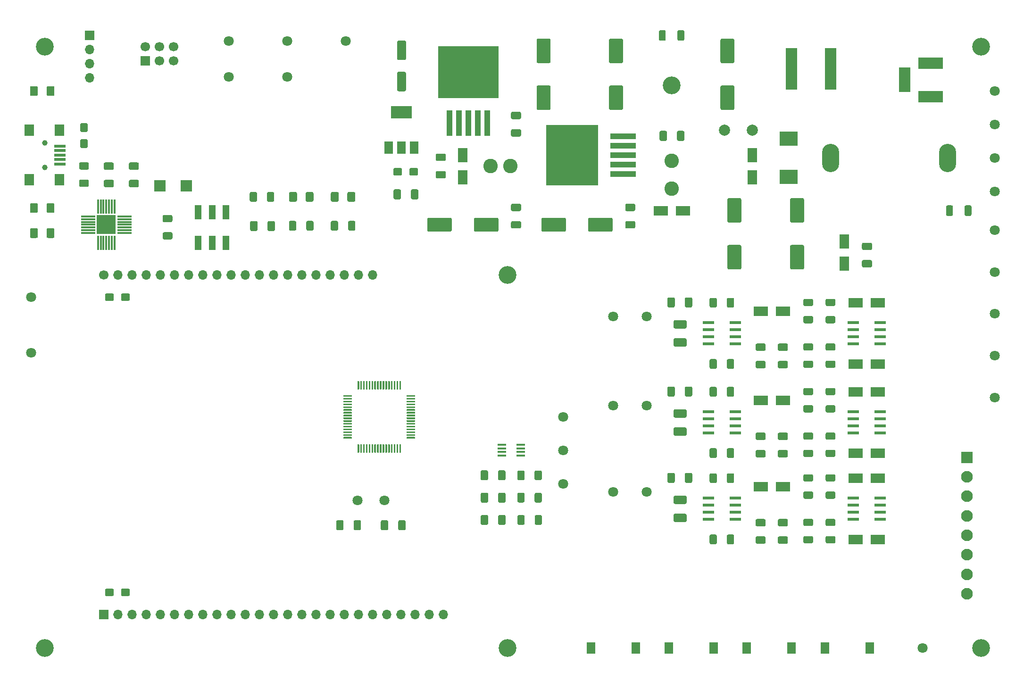
<source format=gbr>
%TF.GenerationSoftware,KiCad,Pcbnew,(5.1.7)-1*%
%TF.CreationDate,2021-02-05T23:52:56+09:00*%
%TF.ProjectId,BLDC_Motor_Controller_Ver2.0A,424c4443-5f4d-46f7-946f-725f436f6e74,Ver 2.0A*%
%TF.SameCoordinates,Original*%
%TF.FileFunction,Soldermask,Top*%
%TF.FilePolarity,Negative*%
%FSLAX46Y46*%
G04 Gerber Fmt 4.6, Leading zero omitted, Abs format (unit mm)*
G04 Created by KiCad (PCBNEW (5.1.7)-1) date 2021-02-05 23:52:56*
%MOMM*%
%LPD*%
G01*
G04 APERTURE LIST*
%ADD10C,3.200000*%
%ADD11R,3.300000X2.500000*%
%ADD12R,1.700000X2.500000*%
%ADD13R,2.500000X1.700000*%
%ADD14O,3.048000X5.080000*%
%ADD15R,4.500000X2.000000*%
%ADD16R,2.000000X4.500000*%
%ADD17C,1.700000*%
%ADD18R,1.700000X1.700000*%
%ADD19O,1.700000X1.700000*%
%ADD20C,2.100000*%
%ADD21R,2.100000X2.100000*%
%ADD22R,2.000000X0.500000*%
%ADD23R,1.700000X2.000000*%
%ADD24C,1.000000*%
%ADD25C,2.600000*%
%ADD26R,2.000000X0.600000*%
%ADD27R,2.000000X7.500000*%
%ADD28R,1.550000X2.000000*%
%ADD29R,2.000000X2.000000*%
%ADD30R,1.200000X2.500000*%
%ADD31C,2.000000*%
%ADD32C,1.800000*%
%ADD33R,1.500000X2.200000*%
%ADD34R,3.800000X2.200000*%
%ADD35R,4.600000X1.100000*%
%ADD36R,9.400000X10.800000*%
%ADD37R,1.100000X4.600000*%
%ADD38R,10.800000X9.400000*%
%ADD39R,1.600000X0.300000*%
%ADD40R,2.500000X0.300000*%
%ADD41R,0.300000X2.500000*%
%ADD42R,3.400000X3.400000*%
G04 APERTURE END LIST*
%TO.C,R7*%
G36*
G01*
X182300000Y-117125000D02*
X182300000Y-115875000D01*
G75*
G02*
X182550000Y-115625000I250000J0D01*
G01*
X183350000Y-115625000D01*
G75*
G02*
X183600000Y-115875000I0J-250000D01*
G01*
X183600000Y-117125000D01*
G75*
G02*
X183350000Y-117375000I-250000J0D01*
G01*
X182550000Y-117375000D01*
G75*
G02*
X182300000Y-117125000I0J250000D01*
G01*
G37*
G36*
G01*
X185400000Y-117125000D02*
X185400000Y-115875000D01*
G75*
G02*
X185650000Y-115625000I250000J0D01*
G01*
X186450000Y-115625000D01*
G75*
G02*
X186700000Y-115875000I0J-250000D01*
G01*
X186700000Y-117125000D01*
G75*
G02*
X186450000Y-117375000I-250000J0D01*
G01*
X185650000Y-117375000D01*
G75*
G02*
X185400000Y-117125000I0J250000D01*
G01*
G37*
%TD*%
%TO.C,R19*%
G36*
G01*
X203375000Y-118900000D02*
X204625000Y-118900000D01*
G75*
G02*
X204875000Y-119150000I0J-250000D01*
G01*
X204875000Y-119950000D01*
G75*
G02*
X204625000Y-120200000I-250000J0D01*
G01*
X203375000Y-120200000D01*
G75*
G02*
X203125000Y-119950000I0J250000D01*
G01*
X203125000Y-119150000D01*
G75*
G02*
X203375000Y-118900000I250000J0D01*
G01*
G37*
G36*
G01*
X203375000Y-115800000D02*
X204625000Y-115800000D01*
G75*
G02*
X204875000Y-116050000I0J-250000D01*
G01*
X204875000Y-116850000D01*
G75*
G02*
X204625000Y-117100000I-250000J0D01*
G01*
X203375000Y-117100000D01*
G75*
G02*
X203125000Y-116850000I0J250000D01*
G01*
X203125000Y-116050000D01*
G75*
G02*
X203375000Y-115800000I250000J0D01*
G01*
G37*
%TD*%
D10*
%TO.C,REF\u002A\u002A*%
X146000000Y-80000000D03*
%TD*%
%TO.C,REF\u002A\u002A*%
X175500000Y-46000000D03*
%TD*%
%TO.C,REF\u002A\u002A*%
X146000000Y-147000000D03*
%TD*%
%TO.C,REF\u002A\u002A*%
X231000000Y-147000000D03*
%TD*%
%TO.C,REF\u002A\u002A*%
X231000000Y-39000000D03*
%TD*%
%TO.C,REF\u002A\u002A*%
X63000000Y-147000000D03*
%TD*%
%TO.C,REF\u002A\u002A*%
X63000000Y-39000000D03*
%TD*%
%TO.C,C1*%
G36*
G01*
X176450000Y-55700001D02*
X176450000Y-54399999D01*
G75*
G02*
X176699999Y-54150000I249999J0D01*
G01*
X177525001Y-54150000D01*
G75*
G02*
X177775000Y-54399999I0J-249999D01*
G01*
X177775000Y-55700001D01*
G75*
G02*
X177525001Y-55950000I-249999J0D01*
G01*
X176699999Y-55950000D01*
G75*
G02*
X176450000Y-55700001I0J249999D01*
G01*
G37*
G36*
G01*
X173325000Y-55700001D02*
X173325000Y-54399999D01*
G75*
G02*
X173574999Y-54150000I249999J0D01*
G01*
X174400001Y-54150000D01*
G75*
G02*
X174650000Y-54399999I0J-249999D01*
G01*
X174650000Y-55700001D01*
G75*
G02*
X174400001Y-55950000I-249999J0D01*
G01*
X173574999Y-55950000D01*
G75*
G02*
X173325000Y-55700001I0J249999D01*
G01*
G37*
%TD*%
%TO.C,C2*%
G36*
G01*
X148200001Y-52050000D02*
X146899999Y-52050000D01*
G75*
G02*
X146650000Y-51800001I0J249999D01*
G01*
X146650000Y-50974999D01*
G75*
G02*
X146899999Y-50725000I249999J0D01*
G01*
X148200001Y-50725000D01*
G75*
G02*
X148450000Y-50974999I0J-249999D01*
G01*
X148450000Y-51800001D01*
G75*
G02*
X148200001Y-52050000I-249999J0D01*
G01*
G37*
G36*
G01*
X148200001Y-55175000D02*
X146899999Y-55175000D01*
G75*
G02*
X146650000Y-54925001I0J249999D01*
G01*
X146650000Y-54099999D01*
G75*
G02*
X146899999Y-53850000I249999J0D01*
G01*
X148200001Y-53850000D01*
G75*
G02*
X148450000Y-54099999I0J-249999D01*
G01*
X148450000Y-54925001D01*
G75*
G02*
X148200001Y-55175000I-249999J0D01*
G01*
G37*
%TD*%
%TO.C,C3*%
G36*
G01*
X134700001Y-59550000D02*
X133399999Y-59550000D01*
G75*
G02*
X133150000Y-59300001I0J249999D01*
G01*
X133150000Y-58474999D01*
G75*
G02*
X133399999Y-58225000I249999J0D01*
G01*
X134700001Y-58225000D01*
G75*
G02*
X134950000Y-58474999I0J-249999D01*
G01*
X134950000Y-59300001D01*
G75*
G02*
X134700001Y-59550000I-249999J0D01*
G01*
G37*
G36*
G01*
X134700001Y-62675000D02*
X133399999Y-62675000D01*
G75*
G02*
X133150000Y-62425001I0J249999D01*
G01*
X133150000Y-61599999D01*
G75*
G02*
X133399999Y-61350000I249999J0D01*
G01*
X134700001Y-61350000D01*
G75*
G02*
X134950000Y-61599999I0J-249999D01*
G01*
X134950000Y-62425001D01*
G75*
G02*
X134700001Y-62675000I-249999J0D01*
G01*
G37*
%TD*%
%TO.C,C4*%
G36*
G01*
X166500000Y-50400000D02*
X164500000Y-50400000D01*
G75*
G02*
X164250000Y-50150000I0J250000D01*
G01*
X164250000Y-46250000D01*
G75*
G02*
X164500000Y-46000000I250000J0D01*
G01*
X166500000Y-46000000D01*
G75*
G02*
X166750000Y-46250000I0J-250000D01*
G01*
X166750000Y-50150000D01*
G75*
G02*
X166500000Y-50400000I-250000J0D01*
G01*
G37*
G36*
G01*
X166500000Y-42000000D02*
X164500000Y-42000000D01*
G75*
G02*
X164250000Y-41750000I0J250000D01*
G01*
X164250000Y-37850000D01*
G75*
G02*
X164500000Y-37600000I250000J0D01*
G01*
X166500000Y-37600000D01*
G75*
G02*
X166750000Y-37850000I0J-250000D01*
G01*
X166750000Y-41750000D01*
G75*
G02*
X166500000Y-42000000I-250000J0D01*
G01*
G37*
%TD*%
%TO.C,C5*%
G36*
G01*
X153500000Y-42000000D02*
X151500000Y-42000000D01*
G75*
G02*
X151250000Y-41750000I0J250000D01*
G01*
X151250000Y-37850000D01*
G75*
G02*
X151500000Y-37600000I250000J0D01*
G01*
X153500000Y-37600000D01*
G75*
G02*
X153750000Y-37850000I0J-250000D01*
G01*
X153750000Y-41750000D01*
G75*
G02*
X153500000Y-42000000I-250000J0D01*
G01*
G37*
G36*
G01*
X153500000Y-50400000D02*
X151500000Y-50400000D01*
G75*
G02*
X151250000Y-50150000I0J250000D01*
G01*
X151250000Y-46250000D01*
G75*
G02*
X151500000Y-46000000I250000J0D01*
G01*
X153500000Y-46000000D01*
G75*
G02*
X153750000Y-46250000I0J-250000D01*
G01*
X153750000Y-50150000D01*
G75*
G02*
X153500000Y-50400000I-250000J0D01*
G01*
G37*
%TD*%
%TO.C,C6*%
G36*
G01*
X127550000Y-41450000D02*
X126450000Y-41450000D01*
G75*
G02*
X126200000Y-41200000I0J250000D01*
G01*
X126200000Y-38200000D01*
G75*
G02*
X126450000Y-37950000I250000J0D01*
G01*
X127550000Y-37950000D01*
G75*
G02*
X127800000Y-38200000I0J-250000D01*
G01*
X127800000Y-41200000D01*
G75*
G02*
X127550000Y-41450000I-250000J0D01*
G01*
G37*
G36*
G01*
X127550000Y-47050000D02*
X126450000Y-47050000D01*
G75*
G02*
X126200000Y-46800000I0J250000D01*
G01*
X126200000Y-43800000D01*
G75*
G02*
X126450000Y-43550000I250000J0D01*
G01*
X127550000Y-43550000D01*
G75*
G02*
X127800000Y-43800000I0J-250000D01*
G01*
X127800000Y-46800000D01*
G75*
G02*
X127550000Y-47050000I-250000J0D01*
G01*
G37*
%TD*%
%TO.C,C7*%
G36*
G01*
X125525000Y-61925001D02*
X125525000Y-61074999D01*
G75*
G02*
X125774999Y-60825000I249999J0D01*
G01*
X126850001Y-60825000D01*
G75*
G02*
X127100000Y-61074999I0J-249999D01*
G01*
X127100000Y-61925001D01*
G75*
G02*
X126850001Y-62175000I-249999J0D01*
G01*
X125774999Y-62175000D01*
G75*
G02*
X125525000Y-61925001I0J249999D01*
G01*
G37*
G36*
G01*
X128400000Y-61925001D02*
X128400000Y-61074999D01*
G75*
G02*
X128649999Y-60825000I249999J0D01*
G01*
X129725001Y-60825000D01*
G75*
G02*
X129975000Y-61074999I0J-249999D01*
G01*
X129975000Y-61925001D01*
G75*
G02*
X129725001Y-62175000I-249999J0D01*
G01*
X128649999Y-62175000D01*
G75*
G02*
X128400000Y-61925001I0J249999D01*
G01*
G37*
%TD*%
%TO.C,C8*%
G36*
G01*
X186500000Y-50400000D02*
X184500000Y-50400000D01*
G75*
G02*
X184250000Y-50150000I0J250000D01*
G01*
X184250000Y-46250000D01*
G75*
G02*
X184500000Y-46000000I250000J0D01*
G01*
X186500000Y-46000000D01*
G75*
G02*
X186750000Y-46250000I0J-250000D01*
G01*
X186750000Y-50150000D01*
G75*
G02*
X186500000Y-50400000I-250000J0D01*
G01*
G37*
G36*
G01*
X186500000Y-42000000D02*
X184500000Y-42000000D01*
G75*
G02*
X184250000Y-41750000I0J250000D01*
G01*
X184250000Y-37850000D01*
G75*
G02*
X184500000Y-37600000I250000J0D01*
G01*
X186500000Y-37600000D01*
G75*
G02*
X186750000Y-37850000I0J-250000D01*
G01*
X186750000Y-41750000D01*
G75*
G02*
X186500000Y-42000000I-250000J0D01*
G01*
G37*
%TD*%
%TO.C,C9*%
G36*
G01*
X128700000Y-66200001D02*
X128700000Y-64899999D01*
G75*
G02*
X128949999Y-64650000I249999J0D01*
G01*
X129775001Y-64650000D01*
G75*
G02*
X130025000Y-64899999I0J-249999D01*
G01*
X130025000Y-66200001D01*
G75*
G02*
X129775001Y-66450000I-249999J0D01*
G01*
X128949999Y-66450000D01*
G75*
G02*
X128700000Y-66200001I0J249999D01*
G01*
G37*
G36*
G01*
X125575000Y-66200001D02*
X125575000Y-64899999D01*
G75*
G02*
X125824999Y-64650000I249999J0D01*
G01*
X126650001Y-64650000D01*
G75*
G02*
X126900000Y-64899999I0J-249999D01*
G01*
X126900000Y-66200001D01*
G75*
G02*
X126650001Y-66450000I-249999J0D01*
G01*
X125824999Y-66450000D01*
G75*
G02*
X125575000Y-66200001I0J249999D01*
G01*
G37*
%TD*%
%TO.C,C10*%
G36*
G01*
X144400000Y-70000000D02*
X144400000Y-72000000D01*
G75*
G02*
X144150000Y-72250000I-250000J0D01*
G01*
X140250000Y-72250000D01*
G75*
G02*
X140000000Y-72000000I0J250000D01*
G01*
X140000000Y-70000000D01*
G75*
G02*
X140250000Y-69750000I250000J0D01*
G01*
X144150000Y-69750000D01*
G75*
G02*
X144400000Y-70000000I0J-250000D01*
G01*
G37*
G36*
G01*
X136000000Y-70000000D02*
X136000000Y-72000000D01*
G75*
G02*
X135750000Y-72250000I-250000J0D01*
G01*
X131850000Y-72250000D01*
G75*
G02*
X131600000Y-72000000I0J250000D01*
G01*
X131600000Y-70000000D01*
G75*
G02*
X131850000Y-69750000I250000J0D01*
G01*
X135750000Y-69750000D01*
G75*
G02*
X136000000Y-70000000I0J-250000D01*
G01*
G37*
%TD*%
%TO.C,C11*%
G36*
G01*
X164900000Y-70000000D02*
X164900000Y-72000000D01*
G75*
G02*
X164650000Y-72250000I-250000J0D01*
G01*
X160750000Y-72250000D01*
G75*
G02*
X160500000Y-72000000I0J250000D01*
G01*
X160500000Y-70000000D01*
G75*
G02*
X160750000Y-69750000I250000J0D01*
G01*
X164650000Y-69750000D01*
G75*
G02*
X164900000Y-70000000I0J-250000D01*
G01*
G37*
G36*
G01*
X156500000Y-70000000D02*
X156500000Y-72000000D01*
G75*
G02*
X156250000Y-72250000I-250000J0D01*
G01*
X152350000Y-72250000D01*
G75*
G02*
X152100000Y-72000000I0J250000D01*
G01*
X152100000Y-70000000D01*
G75*
G02*
X152350000Y-69750000I250000J0D01*
G01*
X156250000Y-69750000D01*
G75*
G02*
X156500000Y-70000000I0J-250000D01*
G01*
G37*
%TD*%
%TO.C,C12*%
G36*
G01*
X148200001Y-71675000D02*
X146899999Y-71675000D01*
G75*
G02*
X146650000Y-71425001I0J249999D01*
G01*
X146650000Y-70599999D01*
G75*
G02*
X146899999Y-70350000I249999J0D01*
G01*
X148200001Y-70350000D01*
G75*
G02*
X148450000Y-70599999I0J-249999D01*
G01*
X148450000Y-71425001D01*
G75*
G02*
X148200001Y-71675000I-249999J0D01*
G01*
G37*
G36*
G01*
X148200001Y-68550000D02*
X146899999Y-68550000D01*
G75*
G02*
X146650000Y-68300001I0J249999D01*
G01*
X146650000Y-67474999D01*
G75*
G02*
X146899999Y-67225000I249999J0D01*
G01*
X148200001Y-67225000D01*
G75*
G02*
X148450000Y-67474999I0J-249999D01*
G01*
X148450000Y-68300001D01*
G75*
G02*
X148200001Y-68550000I-249999J0D01*
G01*
G37*
%TD*%
%TO.C,C13*%
G36*
G01*
X168700001Y-71675000D02*
X167399999Y-71675000D01*
G75*
G02*
X167150000Y-71425001I0J249999D01*
G01*
X167150000Y-70599999D01*
G75*
G02*
X167399999Y-70350000I249999J0D01*
G01*
X168700001Y-70350000D01*
G75*
G02*
X168950000Y-70599999I0J-249999D01*
G01*
X168950000Y-71425001D01*
G75*
G02*
X168700001Y-71675000I-249999J0D01*
G01*
G37*
G36*
G01*
X168700001Y-68550000D02*
X167399999Y-68550000D01*
G75*
G02*
X167150000Y-68300001I0J249999D01*
G01*
X167150000Y-67474999D01*
G75*
G02*
X167399999Y-67225000I249999J0D01*
G01*
X168700001Y-67225000D01*
G75*
G02*
X168950000Y-67474999I0J-249999D01*
G01*
X168950000Y-68300001D01*
G75*
G02*
X168700001Y-68550000I-249999J0D01*
G01*
G37*
%TD*%
%TO.C,C14*%
G36*
G01*
X99825000Y-71890001D02*
X99825000Y-70589999D01*
G75*
G02*
X100074999Y-70340000I249999J0D01*
G01*
X100900001Y-70340000D01*
G75*
G02*
X101150000Y-70589999I0J-249999D01*
G01*
X101150000Y-71890001D01*
G75*
G02*
X100900001Y-72140000I-249999J0D01*
G01*
X100074999Y-72140000D01*
G75*
G02*
X99825000Y-71890001I0J249999D01*
G01*
G37*
G36*
G01*
X102950000Y-71890001D02*
X102950000Y-70589999D01*
G75*
G02*
X103199999Y-70340000I249999J0D01*
G01*
X104025001Y-70340000D01*
G75*
G02*
X104275000Y-70589999I0J-249999D01*
G01*
X104275000Y-71890001D01*
G75*
G02*
X104025001Y-72140000I-249999J0D01*
G01*
X103199999Y-72140000D01*
G75*
G02*
X102950000Y-71890001I0J249999D01*
G01*
G37*
%TD*%
%TO.C,C26*%
G36*
G01*
X116600000Y-124299999D02*
X116600000Y-125600001D01*
G75*
G02*
X116350001Y-125850000I-249999J0D01*
G01*
X115524999Y-125850000D01*
G75*
G02*
X115275000Y-125600001I0J249999D01*
G01*
X115275000Y-124299999D01*
G75*
G02*
X115524999Y-124050000I249999J0D01*
G01*
X116350001Y-124050000D01*
G75*
G02*
X116600000Y-124299999I0J-249999D01*
G01*
G37*
G36*
G01*
X119725000Y-124299999D02*
X119725000Y-125600001D01*
G75*
G02*
X119475001Y-125850000I-249999J0D01*
G01*
X118649999Y-125850000D01*
G75*
G02*
X118400000Y-125600001I0J249999D01*
G01*
X118400000Y-124299999D01*
G75*
G02*
X118649999Y-124050000I249999J0D01*
G01*
X119475001Y-124050000D01*
G75*
G02*
X119725000Y-124299999I0J-249999D01*
G01*
G37*
%TD*%
%TO.C,C27*%
G36*
G01*
X123285000Y-125600001D02*
X123285000Y-124299999D01*
G75*
G02*
X123534999Y-124050000I249999J0D01*
G01*
X124360001Y-124050000D01*
G75*
G02*
X124610000Y-124299999I0J-249999D01*
G01*
X124610000Y-125600001D01*
G75*
G02*
X124360001Y-125850000I-249999J0D01*
G01*
X123534999Y-125850000D01*
G75*
G02*
X123285000Y-125600001I0J249999D01*
G01*
G37*
G36*
G01*
X126410000Y-125600001D02*
X126410000Y-124299999D01*
G75*
G02*
X126659999Y-124050000I249999J0D01*
G01*
X127485001Y-124050000D01*
G75*
G02*
X127735000Y-124299999I0J-249999D01*
G01*
X127735000Y-125600001D01*
G75*
G02*
X127485001Y-125850000I-249999J0D01*
G01*
X126659999Y-125850000D01*
G75*
G02*
X126410000Y-125600001I0J249999D01*
G01*
G37*
%TD*%
%TO.C,C30*%
G36*
G01*
X176075000Y-88135000D02*
X177925000Y-88135000D01*
G75*
G02*
X178175000Y-88385000I0J-250000D01*
G01*
X178175000Y-89385000D01*
G75*
G02*
X177925000Y-89635000I-250000J0D01*
G01*
X176075000Y-89635000D01*
G75*
G02*
X175825000Y-89385000I0J250000D01*
G01*
X175825000Y-88385000D01*
G75*
G02*
X176075000Y-88135000I250000J0D01*
G01*
G37*
G36*
G01*
X176075000Y-91385000D02*
X177925000Y-91385000D01*
G75*
G02*
X178175000Y-91635000I0J-250000D01*
G01*
X178175000Y-92635000D01*
G75*
G02*
X177925000Y-92885000I-250000J0D01*
G01*
X176075000Y-92885000D01*
G75*
G02*
X175825000Y-92635000I0J250000D01*
G01*
X175825000Y-91635000D01*
G75*
G02*
X176075000Y-91385000I250000J0D01*
G01*
G37*
%TD*%
%TO.C,C31*%
G36*
G01*
X176075000Y-104135000D02*
X177925000Y-104135000D01*
G75*
G02*
X178175000Y-104385000I0J-250000D01*
G01*
X178175000Y-105385000D01*
G75*
G02*
X177925000Y-105635000I-250000J0D01*
G01*
X176075000Y-105635000D01*
G75*
G02*
X175825000Y-105385000I0J250000D01*
G01*
X175825000Y-104385000D01*
G75*
G02*
X176075000Y-104135000I250000J0D01*
G01*
G37*
G36*
G01*
X176075000Y-107385000D02*
X177925000Y-107385000D01*
G75*
G02*
X178175000Y-107635000I0J-250000D01*
G01*
X178175000Y-108635000D01*
G75*
G02*
X177925000Y-108885000I-250000J0D01*
G01*
X176075000Y-108885000D01*
G75*
G02*
X175825000Y-108635000I0J250000D01*
G01*
X175825000Y-107635000D01*
G75*
G02*
X176075000Y-107385000I250000J0D01*
G01*
G37*
%TD*%
%TO.C,C32*%
G36*
G01*
X176075000Y-122885000D02*
X177925000Y-122885000D01*
G75*
G02*
X178175000Y-123135000I0J-250000D01*
G01*
X178175000Y-124135000D01*
G75*
G02*
X177925000Y-124385000I-250000J0D01*
G01*
X176075000Y-124385000D01*
G75*
G02*
X175825000Y-124135000I0J250000D01*
G01*
X175825000Y-123135000D01*
G75*
G02*
X176075000Y-122885000I250000J0D01*
G01*
G37*
G36*
G01*
X176075000Y-119635000D02*
X177925000Y-119635000D01*
G75*
G02*
X178175000Y-119885000I0J-250000D01*
G01*
X178175000Y-120885000D01*
G75*
G02*
X177925000Y-121135000I-250000J0D01*
G01*
X176075000Y-121135000D01*
G75*
G02*
X175825000Y-120885000I0J250000D01*
G01*
X175825000Y-119885000D01*
G75*
G02*
X176075000Y-119635000I250000J0D01*
G01*
G37*
%TD*%
%TO.C,C33*%
G36*
G01*
X190799999Y-92325000D02*
X192100001Y-92325000D01*
G75*
G02*
X192350000Y-92574999I0J-249999D01*
G01*
X192350000Y-93400001D01*
G75*
G02*
X192100001Y-93650000I-249999J0D01*
G01*
X190799999Y-93650000D01*
G75*
G02*
X190550000Y-93400001I0J249999D01*
G01*
X190550000Y-92574999D01*
G75*
G02*
X190799999Y-92325000I249999J0D01*
G01*
G37*
G36*
G01*
X190799999Y-95450000D02*
X192100001Y-95450000D01*
G75*
G02*
X192350000Y-95699999I0J-249999D01*
G01*
X192350000Y-96525001D01*
G75*
G02*
X192100001Y-96775000I-249999J0D01*
G01*
X190799999Y-96775000D01*
G75*
G02*
X190550000Y-96525001I0J249999D01*
G01*
X190550000Y-95699999D01*
G75*
G02*
X190799999Y-95450000I249999J0D01*
G01*
G37*
%TD*%
%TO.C,C34*%
G36*
G01*
X190799999Y-111450000D02*
X192100001Y-111450000D01*
G75*
G02*
X192350000Y-111699999I0J-249999D01*
G01*
X192350000Y-112525001D01*
G75*
G02*
X192100001Y-112775000I-249999J0D01*
G01*
X190799999Y-112775000D01*
G75*
G02*
X190550000Y-112525001I0J249999D01*
G01*
X190550000Y-111699999D01*
G75*
G02*
X190799999Y-111450000I249999J0D01*
G01*
G37*
G36*
G01*
X190799999Y-108325000D02*
X192100001Y-108325000D01*
G75*
G02*
X192350000Y-108574999I0J-249999D01*
G01*
X192350000Y-109400001D01*
G75*
G02*
X192100001Y-109650000I-249999J0D01*
G01*
X190799999Y-109650000D01*
G75*
G02*
X190550000Y-109400001I0J249999D01*
G01*
X190550000Y-108574999D01*
G75*
G02*
X190799999Y-108325000I249999J0D01*
G01*
G37*
%TD*%
%TO.C,C35*%
G36*
G01*
X190799999Y-126950000D02*
X192100001Y-126950000D01*
G75*
G02*
X192350000Y-127199999I0J-249999D01*
G01*
X192350000Y-128025001D01*
G75*
G02*
X192100001Y-128275000I-249999J0D01*
G01*
X190799999Y-128275000D01*
G75*
G02*
X190550000Y-128025001I0J249999D01*
G01*
X190550000Y-127199999D01*
G75*
G02*
X190799999Y-126950000I249999J0D01*
G01*
G37*
G36*
G01*
X190799999Y-123825000D02*
X192100001Y-123825000D01*
G75*
G02*
X192350000Y-124074999I0J-249999D01*
G01*
X192350000Y-124900001D01*
G75*
G02*
X192100001Y-125150000I-249999J0D01*
G01*
X190799999Y-125150000D01*
G75*
G02*
X190550000Y-124900001I0J249999D01*
G01*
X190550000Y-124074999D01*
G75*
G02*
X190799999Y-123825000I249999J0D01*
G01*
G37*
%TD*%
%TO.C,C36*%
G36*
G01*
X194799999Y-95450000D02*
X196100001Y-95450000D01*
G75*
G02*
X196350000Y-95699999I0J-249999D01*
G01*
X196350000Y-96525001D01*
G75*
G02*
X196100001Y-96775000I-249999J0D01*
G01*
X194799999Y-96775000D01*
G75*
G02*
X194550000Y-96525001I0J249999D01*
G01*
X194550000Y-95699999D01*
G75*
G02*
X194799999Y-95450000I249999J0D01*
G01*
G37*
G36*
G01*
X194799999Y-92325000D02*
X196100001Y-92325000D01*
G75*
G02*
X196350000Y-92574999I0J-249999D01*
G01*
X196350000Y-93400001D01*
G75*
G02*
X196100001Y-93650000I-249999J0D01*
G01*
X194799999Y-93650000D01*
G75*
G02*
X194550000Y-93400001I0J249999D01*
G01*
X194550000Y-92574999D01*
G75*
G02*
X194799999Y-92325000I249999J0D01*
G01*
G37*
%TD*%
%TO.C,C37*%
G36*
G01*
X194799999Y-108325000D02*
X196100001Y-108325000D01*
G75*
G02*
X196350000Y-108574999I0J-249999D01*
G01*
X196350000Y-109400001D01*
G75*
G02*
X196100001Y-109650000I-249999J0D01*
G01*
X194799999Y-109650000D01*
G75*
G02*
X194550000Y-109400001I0J249999D01*
G01*
X194550000Y-108574999D01*
G75*
G02*
X194799999Y-108325000I249999J0D01*
G01*
G37*
G36*
G01*
X194799999Y-111450000D02*
X196100001Y-111450000D01*
G75*
G02*
X196350000Y-111699999I0J-249999D01*
G01*
X196350000Y-112525001D01*
G75*
G02*
X196100001Y-112775000I-249999J0D01*
G01*
X194799999Y-112775000D01*
G75*
G02*
X194550000Y-112525001I0J249999D01*
G01*
X194550000Y-111699999D01*
G75*
G02*
X194799999Y-111450000I249999J0D01*
G01*
G37*
%TD*%
%TO.C,C38*%
G36*
G01*
X194799999Y-126950000D02*
X196100001Y-126950000D01*
G75*
G02*
X196350000Y-127199999I0J-249999D01*
G01*
X196350000Y-128025001D01*
G75*
G02*
X196100001Y-128275000I-249999J0D01*
G01*
X194799999Y-128275000D01*
G75*
G02*
X194550000Y-128025001I0J249999D01*
G01*
X194550000Y-127199999D01*
G75*
G02*
X194799999Y-126950000I249999J0D01*
G01*
G37*
G36*
G01*
X194799999Y-123825000D02*
X196100001Y-123825000D01*
G75*
G02*
X196350000Y-124074999I0J-249999D01*
G01*
X196350000Y-124900001D01*
G75*
G02*
X196100001Y-125150000I-249999J0D01*
G01*
X194799999Y-125150000D01*
G75*
G02*
X194550000Y-124900001I0J249999D01*
G01*
X194550000Y-124074999D01*
G75*
G02*
X194799999Y-123825000I249999J0D01*
G01*
G37*
%TD*%
%TO.C,C39*%
G36*
G01*
X142530000Y-115339999D02*
X142530000Y-116640001D01*
G75*
G02*
X142280001Y-116890000I-249999J0D01*
G01*
X141454999Y-116890000D01*
G75*
G02*
X141205000Y-116640001I0J249999D01*
G01*
X141205000Y-115339999D01*
G75*
G02*
X141454999Y-115090000I249999J0D01*
G01*
X142280001Y-115090000D01*
G75*
G02*
X142530000Y-115339999I0J-249999D01*
G01*
G37*
G36*
G01*
X145655000Y-115339999D02*
X145655000Y-116640001D01*
G75*
G02*
X145405001Y-116890000I-249999J0D01*
G01*
X144579999Y-116890000D01*
G75*
G02*
X144330000Y-116640001I0J249999D01*
G01*
X144330000Y-115339999D01*
G75*
G02*
X144579999Y-115090000I249999J0D01*
G01*
X145405001Y-115090000D01*
G75*
G02*
X145655000Y-115339999I0J-249999D01*
G01*
G37*
%TD*%
%TO.C,C40*%
G36*
G01*
X142550000Y-119349999D02*
X142550000Y-120650001D01*
G75*
G02*
X142300001Y-120900000I-249999J0D01*
G01*
X141474999Y-120900000D01*
G75*
G02*
X141225000Y-120650001I0J249999D01*
G01*
X141225000Y-119349999D01*
G75*
G02*
X141474999Y-119100000I249999J0D01*
G01*
X142300001Y-119100000D01*
G75*
G02*
X142550000Y-119349999I0J-249999D01*
G01*
G37*
G36*
G01*
X145675000Y-119349999D02*
X145675000Y-120650001D01*
G75*
G02*
X145425001Y-120900000I-249999J0D01*
G01*
X144599999Y-120900000D01*
G75*
G02*
X144350000Y-120650001I0J249999D01*
G01*
X144350000Y-119349999D01*
G75*
G02*
X144599999Y-119100000I249999J0D01*
G01*
X145425001Y-119100000D01*
G75*
G02*
X145675000Y-119349999I0J-249999D01*
G01*
G37*
%TD*%
%TO.C,C41*%
G36*
G01*
X145675000Y-123349999D02*
X145675000Y-124650001D01*
G75*
G02*
X145425001Y-124900000I-249999J0D01*
G01*
X144599999Y-124900000D01*
G75*
G02*
X144350000Y-124650001I0J249999D01*
G01*
X144350000Y-123349999D01*
G75*
G02*
X144599999Y-123100000I249999J0D01*
G01*
X145425001Y-123100000D01*
G75*
G02*
X145675000Y-123349999I0J-249999D01*
G01*
G37*
G36*
G01*
X142550000Y-123349999D02*
X142550000Y-124650001D01*
G75*
G02*
X142300001Y-124900000I-249999J0D01*
G01*
X141474999Y-124900000D01*
G75*
G02*
X141225000Y-124650001I0J249999D01*
G01*
X141225000Y-123349999D01*
G75*
G02*
X141474999Y-123100000I249999J0D01*
G01*
X142300001Y-123100000D01*
G75*
G02*
X142550000Y-123349999I0J-249999D01*
G01*
G37*
%TD*%
%TO.C,C42*%
G36*
G01*
X73775000Y-84425001D02*
X73775000Y-83574999D01*
G75*
G02*
X74024999Y-83325000I249999J0D01*
G01*
X75100001Y-83325000D01*
G75*
G02*
X75350000Y-83574999I0J-249999D01*
G01*
X75350000Y-84425001D01*
G75*
G02*
X75100001Y-84675000I-249999J0D01*
G01*
X74024999Y-84675000D01*
G75*
G02*
X73775000Y-84425001I0J249999D01*
G01*
G37*
G36*
G01*
X76650000Y-84425001D02*
X76650000Y-83574999D01*
G75*
G02*
X76899999Y-83325000I249999J0D01*
G01*
X77975001Y-83325000D01*
G75*
G02*
X78225000Y-83574999I0J-249999D01*
G01*
X78225000Y-84425001D01*
G75*
G02*
X77975001Y-84675000I-249999J0D01*
G01*
X76899999Y-84675000D01*
G75*
G02*
X76650000Y-84425001I0J249999D01*
G01*
G37*
%TD*%
%TO.C,C43*%
G36*
G01*
X187740000Y-70630000D02*
X185740000Y-70630000D01*
G75*
G02*
X185490000Y-70380000I0J250000D01*
G01*
X185490000Y-66480000D01*
G75*
G02*
X185740000Y-66230000I250000J0D01*
G01*
X187740000Y-66230000D01*
G75*
G02*
X187990000Y-66480000I0J-250000D01*
G01*
X187990000Y-70380000D01*
G75*
G02*
X187740000Y-70630000I-250000J0D01*
G01*
G37*
G36*
G01*
X187740000Y-79030000D02*
X185740000Y-79030000D01*
G75*
G02*
X185490000Y-78780000I0J250000D01*
G01*
X185490000Y-74880000D01*
G75*
G02*
X185740000Y-74630000I250000J0D01*
G01*
X187740000Y-74630000D01*
G75*
G02*
X187990000Y-74880000I0J-250000D01*
G01*
X187990000Y-78780000D01*
G75*
G02*
X187740000Y-79030000I-250000J0D01*
G01*
G37*
%TD*%
%TO.C,C44*%
G36*
G01*
X73775000Y-137425001D02*
X73775000Y-136574999D01*
G75*
G02*
X74024999Y-136325000I249999J0D01*
G01*
X75100001Y-136325000D01*
G75*
G02*
X75350000Y-136574999I0J-249999D01*
G01*
X75350000Y-137425001D01*
G75*
G02*
X75100001Y-137675000I-249999J0D01*
G01*
X74024999Y-137675000D01*
G75*
G02*
X73775000Y-137425001I0J249999D01*
G01*
G37*
G36*
G01*
X76650000Y-137425001D02*
X76650000Y-136574999D01*
G75*
G02*
X76899999Y-136325000I249999J0D01*
G01*
X77975001Y-136325000D01*
G75*
G02*
X78225000Y-136574999I0J-249999D01*
G01*
X78225000Y-137425001D01*
G75*
G02*
X77975001Y-137675000I-249999J0D01*
G01*
X76899999Y-137675000D01*
G75*
G02*
X76650000Y-137425001I0J249999D01*
G01*
G37*
%TD*%
%TO.C,C45*%
G36*
G01*
X199000000Y-70630000D02*
X197000000Y-70630000D01*
G75*
G02*
X196750000Y-70380000I0J250000D01*
G01*
X196750000Y-66480000D01*
G75*
G02*
X197000000Y-66230000I250000J0D01*
G01*
X199000000Y-66230000D01*
G75*
G02*
X199250000Y-66480000I0J-250000D01*
G01*
X199250000Y-70380000D01*
G75*
G02*
X199000000Y-70630000I-250000J0D01*
G01*
G37*
G36*
G01*
X199000000Y-79030000D02*
X197000000Y-79030000D01*
G75*
G02*
X196750000Y-78780000I0J250000D01*
G01*
X196750000Y-74880000D01*
G75*
G02*
X197000000Y-74630000I250000J0D01*
G01*
X199000000Y-74630000D01*
G75*
G02*
X199250000Y-74880000I0J-250000D01*
G01*
X199250000Y-78780000D01*
G75*
G02*
X199000000Y-79030000I-250000J0D01*
G01*
G37*
%TD*%
%TO.C,C47*%
G36*
G01*
X211200001Y-75550000D02*
X209899999Y-75550000D01*
G75*
G02*
X209650000Y-75300001I0J249999D01*
G01*
X209650000Y-74474999D01*
G75*
G02*
X209899999Y-74225000I249999J0D01*
G01*
X211200001Y-74225000D01*
G75*
G02*
X211450000Y-74474999I0J-249999D01*
G01*
X211450000Y-75300001D01*
G75*
G02*
X211200001Y-75550000I-249999J0D01*
G01*
G37*
G36*
G01*
X211200001Y-78675000D02*
X209899999Y-78675000D01*
G75*
G02*
X209650000Y-78425001I0J249999D01*
G01*
X209650000Y-77599999D01*
G75*
G02*
X209899999Y-77350000I249999J0D01*
G01*
X211200001Y-77350000D01*
G75*
G02*
X211450000Y-77599999I0J-249999D01*
G01*
X211450000Y-78425001D01*
G75*
G02*
X211200001Y-78675000I-249999J0D01*
G01*
G37*
%TD*%
%TO.C,C54*%
G36*
G01*
X179175000Y-84299999D02*
X179175000Y-85600001D01*
G75*
G02*
X178925001Y-85850000I-249999J0D01*
G01*
X178099999Y-85850000D01*
G75*
G02*
X177850000Y-85600001I0J249999D01*
G01*
X177850000Y-84299999D01*
G75*
G02*
X178099999Y-84050000I249999J0D01*
G01*
X178925001Y-84050000D01*
G75*
G02*
X179175000Y-84299999I0J-249999D01*
G01*
G37*
G36*
G01*
X176050000Y-84299999D02*
X176050000Y-85600001D01*
G75*
G02*
X175800001Y-85850000I-249999J0D01*
G01*
X174974999Y-85850000D01*
G75*
G02*
X174725000Y-85600001I0J249999D01*
G01*
X174725000Y-84299999D01*
G75*
G02*
X174974999Y-84050000I249999J0D01*
G01*
X175800001Y-84050000D01*
G75*
G02*
X176050000Y-84299999I0J-249999D01*
G01*
G37*
%TD*%
%TO.C,C56*%
G36*
G01*
X176050000Y-100299999D02*
X176050000Y-101600001D01*
G75*
G02*
X175800001Y-101850000I-249999J0D01*
G01*
X174974999Y-101850000D01*
G75*
G02*
X174725000Y-101600001I0J249999D01*
G01*
X174725000Y-100299999D01*
G75*
G02*
X174974999Y-100050000I249999J0D01*
G01*
X175800001Y-100050000D01*
G75*
G02*
X176050000Y-100299999I0J-249999D01*
G01*
G37*
G36*
G01*
X179175000Y-100299999D02*
X179175000Y-101600001D01*
G75*
G02*
X178925001Y-101850000I-249999J0D01*
G01*
X178099999Y-101850000D01*
G75*
G02*
X177850000Y-101600001I0J249999D01*
G01*
X177850000Y-100299999D01*
G75*
G02*
X178099999Y-100050000I249999J0D01*
G01*
X178925001Y-100050000D01*
G75*
G02*
X179175000Y-100299999I0J-249999D01*
G01*
G37*
%TD*%
%TO.C,C58*%
G36*
G01*
X179175000Y-115799999D02*
X179175000Y-117100001D01*
G75*
G02*
X178925001Y-117350000I-249999J0D01*
G01*
X178099999Y-117350000D01*
G75*
G02*
X177850000Y-117100001I0J249999D01*
G01*
X177850000Y-115799999D01*
G75*
G02*
X178099999Y-115550000I249999J0D01*
G01*
X178925001Y-115550000D01*
G75*
G02*
X179175000Y-115799999I0J-249999D01*
G01*
G37*
G36*
G01*
X176050000Y-115799999D02*
X176050000Y-117100001D01*
G75*
G02*
X175800001Y-117350000I-249999J0D01*
G01*
X174974999Y-117350000D01*
G75*
G02*
X174725000Y-117100001I0J249999D01*
G01*
X174725000Y-115799999D01*
G75*
G02*
X174974999Y-115550000I249999J0D01*
G01*
X175800001Y-115550000D01*
G75*
G02*
X176050000Y-115799999I0J-249999D01*
G01*
G37*
%TD*%
%TO.C,C60*%
G36*
G01*
X73799999Y-59825000D02*
X75100001Y-59825000D01*
G75*
G02*
X75350000Y-60074999I0J-249999D01*
G01*
X75350000Y-60900001D01*
G75*
G02*
X75100001Y-61150000I-249999J0D01*
G01*
X73799999Y-61150000D01*
G75*
G02*
X73550000Y-60900001I0J249999D01*
G01*
X73550000Y-60074999D01*
G75*
G02*
X73799999Y-59825000I249999J0D01*
G01*
G37*
G36*
G01*
X73799999Y-62950000D02*
X75100001Y-62950000D01*
G75*
G02*
X75350000Y-63199999I0J-249999D01*
G01*
X75350000Y-64025001D01*
G75*
G02*
X75100001Y-64275000I-249999J0D01*
G01*
X73799999Y-64275000D01*
G75*
G02*
X73550000Y-64025001I0J249999D01*
G01*
X73550000Y-63199999D01*
G75*
G02*
X73799999Y-62950000I249999J0D01*
G01*
G37*
%TD*%
%TO.C,C61*%
G36*
G01*
X78299999Y-62950000D02*
X79600001Y-62950000D01*
G75*
G02*
X79850000Y-63199999I0J-249999D01*
G01*
X79850000Y-64025001D01*
G75*
G02*
X79600001Y-64275000I-249999J0D01*
G01*
X78299999Y-64275000D01*
G75*
G02*
X78050000Y-64025001I0J249999D01*
G01*
X78050000Y-63199999D01*
G75*
G02*
X78299999Y-62950000I249999J0D01*
G01*
G37*
G36*
G01*
X78299999Y-59825000D02*
X79600001Y-59825000D01*
G75*
G02*
X79850000Y-60074999I0J-249999D01*
G01*
X79850000Y-60900001D01*
G75*
G02*
X79600001Y-61150000I-249999J0D01*
G01*
X78299999Y-61150000D01*
G75*
G02*
X78050000Y-60900001I0J249999D01*
G01*
X78050000Y-60074999D01*
G75*
G02*
X78299999Y-59825000I249999J0D01*
G01*
G37*
%TD*%
%TO.C,C62*%
G36*
G01*
X70425001Y-57225000D02*
X69574999Y-57225000D01*
G75*
G02*
X69325000Y-56975001I0J249999D01*
G01*
X69325000Y-55899999D01*
G75*
G02*
X69574999Y-55650000I249999J0D01*
G01*
X70425001Y-55650000D01*
G75*
G02*
X70675000Y-55899999I0J-249999D01*
G01*
X70675000Y-56975001D01*
G75*
G02*
X70425001Y-57225000I-249999J0D01*
G01*
G37*
G36*
G01*
X70425001Y-54350000D02*
X69574999Y-54350000D01*
G75*
G02*
X69325000Y-54100001I0J249999D01*
G01*
X69325000Y-53024999D01*
G75*
G02*
X69574999Y-52775000I249999J0D01*
G01*
X70425001Y-52775000D01*
G75*
G02*
X70675000Y-53024999I0J-249999D01*
G01*
X70675000Y-54100001D01*
G75*
G02*
X70425001Y-54350000I-249999J0D01*
G01*
G37*
%TD*%
D11*
%TO.C,D1*%
X196500000Y-62450000D03*
X196510000Y-55550000D03*
%TD*%
D12*
%TO.C,D2*%
X190000000Y-62500000D03*
X190000000Y-58500000D03*
%TD*%
D13*
%TO.C,D3*%
X173500000Y-68500000D03*
X177500000Y-68500000D03*
%TD*%
D12*
%TO.C,D4*%
X138000000Y-62500000D03*
X138000000Y-58500000D03*
%TD*%
%TO.C,D5*%
G36*
G01*
X114300000Y-66625000D02*
X114300000Y-65375000D01*
G75*
G02*
X114550000Y-65125000I250000J0D01*
G01*
X115475000Y-65125000D01*
G75*
G02*
X115725000Y-65375000I0J-250000D01*
G01*
X115725000Y-66625000D01*
G75*
G02*
X115475000Y-66875000I-250000J0D01*
G01*
X114550000Y-66875000D01*
G75*
G02*
X114300000Y-66625000I0J250000D01*
G01*
G37*
G36*
G01*
X117275000Y-66625000D02*
X117275000Y-65375000D01*
G75*
G02*
X117525000Y-65125000I250000J0D01*
G01*
X118450000Y-65125000D01*
G75*
G02*
X118700000Y-65375000I0J-250000D01*
G01*
X118700000Y-66625000D01*
G75*
G02*
X118450000Y-66875000I-250000J0D01*
G01*
X117525000Y-66875000D01*
G75*
G02*
X117275000Y-66625000I0J250000D01*
G01*
G37*
%TD*%
%TO.C,D6*%
G36*
G01*
X109775000Y-66625000D02*
X109775000Y-65375000D01*
G75*
G02*
X110025000Y-65125000I250000J0D01*
G01*
X110950000Y-65125000D01*
G75*
G02*
X111200000Y-65375000I0J-250000D01*
G01*
X111200000Y-66625000D01*
G75*
G02*
X110950000Y-66875000I-250000J0D01*
G01*
X110025000Y-66875000D01*
G75*
G02*
X109775000Y-66625000I0J250000D01*
G01*
G37*
G36*
G01*
X106800000Y-66625000D02*
X106800000Y-65375000D01*
G75*
G02*
X107050000Y-65125000I250000J0D01*
G01*
X107975000Y-65125000D01*
G75*
G02*
X108225000Y-65375000I0J-250000D01*
G01*
X108225000Y-66625000D01*
G75*
G02*
X107975000Y-66875000I-250000J0D01*
G01*
X107050000Y-66875000D01*
G75*
G02*
X106800000Y-66625000I0J250000D01*
G01*
G37*
%TD*%
D13*
%TO.C,D7*%
X195500000Y-86500000D03*
X191500000Y-86500000D03*
%TD*%
%TO.C,D8*%
X195500000Y-102500000D03*
X191500000Y-102500000D03*
%TD*%
%TO.C,D9*%
X195500000Y-118000000D03*
X191500000Y-118000000D03*
%TD*%
%TO.C,D10*%
X208500000Y-85000000D03*
X212500000Y-85000000D03*
%TD*%
%TO.C,D11*%
X212500000Y-96000000D03*
X208500000Y-96000000D03*
%TD*%
%TO.C,D12*%
X208500000Y-101000000D03*
X212500000Y-101000000D03*
%TD*%
%TO.C,D13*%
X208500000Y-112000000D03*
X212500000Y-112000000D03*
%TD*%
%TO.C,D14*%
X212500000Y-116500000D03*
X208500000Y-116500000D03*
%TD*%
%TO.C,D15*%
X212500000Y-127500000D03*
X208500000Y-127500000D03*
%TD*%
D12*
%TO.C,D16*%
X206500000Y-74000000D03*
X206500000Y-78000000D03*
%TD*%
%TO.C,D17*%
G36*
G01*
X63275000Y-47625000D02*
X63275000Y-46375000D01*
G75*
G02*
X63525000Y-46125000I250000J0D01*
G01*
X64450000Y-46125000D01*
G75*
G02*
X64700000Y-46375000I0J-250000D01*
G01*
X64700000Y-47625000D01*
G75*
G02*
X64450000Y-47875000I-250000J0D01*
G01*
X63525000Y-47875000D01*
G75*
G02*
X63275000Y-47625000I0J250000D01*
G01*
G37*
G36*
G01*
X60300000Y-47625000D02*
X60300000Y-46375000D01*
G75*
G02*
X60550000Y-46125000I250000J0D01*
G01*
X61475000Y-46125000D01*
G75*
G02*
X61725000Y-46375000I0J-250000D01*
G01*
X61725000Y-47625000D01*
G75*
G02*
X61475000Y-47875000I-250000J0D01*
G01*
X60550000Y-47875000D01*
G75*
G02*
X60300000Y-47625000I0J250000D01*
G01*
G37*
%TD*%
%TO.C,D18*%
G36*
G01*
X60300000Y-73125000D02*
X60300000Y-71875000D01*
G75*
G02*
X60550000Y-71625000I250000J0D01*
G01*
X61475000Y-71625000D01*
G75*
G02*
X61725000Y-71875000I0J-250000D01*
G01*
X61725000Y-73125000D01*
G75*
G02*
X61475000Y-73375000I-250000J0D01*
G01*
X60550000Y-73375000D01*
G75*
G02*
X60300000Y-73125000I0J250000D01*
G01*
G37*
G36*
G01*
X63275000Y-73125000D02*
X63275000Y-71875000D01*
G75*
G02*
X63525000Y-71625000I250000J0D01*
G01*
X64450000Y-71625000D01*
G75*
G02*
X64700000Y-71875000I0J-250000D01*
G01*
X64700000Y-73125000D01*
G75*
G02*
X64450000Y-73375000I-250000J0D01*
G01*
X63525000Y-73375000D01*
G75*
G02*
X63275000Y-73125000I0J250000D01*
G01*
G37*
%TD*%
%TO.C,D19*%
G36*
G01*
X60300000Y-68625000D02*
X60300000Y-67375000D01*
G75*
G02*
X60550000Y-67125000I250000J0D01*
G01*
X61475000Y-67125000D01*
G75*
G02*
X61725000Y-67375000I0J-250000D01*
G01*
X61725000Y-68625000D01*
G75*
G02*
X61475000Y-68875000I-250000J0D01*
G01*
X60550000Y-68875000D01*
G75*
G02*
X60300000Y-68625000I0J250000D01*
G01*
G37*
G36*
G01*
X63275000Y-68625000D02*
X63275000Y-67375000D01*
G75*
G02*
X63525000Y-67125000I250000J0D01*
G01*
X64450000Y-67125000D01*
G75*
G02*
X64700000Y-67375000I0J-250000D01*
G01*
X64700000Y-68625000D01*
G75*
G02*
X64450000Y-68875000I-250000J0D01*
G01*
X63525000Y-68875000D01*
G75*
G02*
X63275000Y-68625000I0J250000D01*
G01*
G37*
%TD*%
D14*
%TO.C,F1*%
X225000000Y-59000000D03*
X204000000Y-59000000D03*
%TD*%
%TO.C,FB1*%
G36*
G01*
X177750000Y-36325000D02*
X177750000Y-37725000D01*
G75*
G02*
X177500000Y-37975000I-250000J0D01*
G01*
X176775000Y-37975000D01*
G75*
G02*
X176525000Y-37725000I0J250000D01*
G01*
X176525000Y-36325000D01*
G75*
G02*
X176775000Y-36075000I250000J0D01*
G01*
X177500000Y-36075000D01*
G75*
G02*
X177750000Y-36325000I0J-250000D01*
G01*
G37*
G36*
G01*
X174425000Y-36325000D02*
X174425000Y-37725000D01*
G75*
G02*
X174175000Y-37975000I-250000J0D01*
G01*
X173450000Y-37975000D01*
G75*
G02*
X173200000Y-37725000I0J250000D01*
G01*
X173200000Y-36325000D01*
G75*
G02*
X173450000Y-36075000I250000J0D01*
G01*
X174175000Y-36075000D01*
G75*
G02*
X174425000Y-36325000I0J-250000D01*
G01*
G37*
%TD*%
%TO.C,FB2*%
G36*
G01*
X224750000Y-69175000D02*
X224750000Y-67775000D01*
G75*
G02*
X225000000Y-67525000I250000J0D01*
G01*
X225725000Y-67525000D01*
G75*
G02*
X225975000Y-67775000I0J-250000D01*
G01*
X225975000Y-69175000D01*
G75*
G02*
X225725000Y-69425000I-250000J0D01*
G01*
X225000000Y-69425000D01*
G75*
G02*
X224750000Y-69175000I0J250000D01*
G01*
G37*
G36*
G01*
X228075000Y-69175000D02*
X228075000Y-67775000D01*
G75*
G02*
X228325000Y-67525000I250000J0D01*
G01*
X229050000Y-67525000D01*
G75*
G02*
X229300000Y-67775000I0J-250000D01*
G01*
X229300000Y-69175000D01*
G75*
G02*
X229050000Y-69425000I-250000J0D01*
G01*
X228325000Y-69425000D01*
G75*
G02*
X228075000Y-69175000I0J250000D01*
G01*
G37*
%TD*%
D15*
%TO.C,J1*%
X222000000Y-42000000D03*
X222000000Y-48000000D03*
D16*
X217300000Y-45000000D03*
%TD*%
D17*
%TO.C,J2*%
X86080000Y-39000000D03*
X86080000Y-41540000D03*
X83540000Y-39000000D03*
X83540000Y-41540000D03*
X81000000Y-39000000D03*
D18*
X81000000Y-41540000D03*
%TD*%
D19*
%TO.C,J3*%
X71000000Y-44620000D03*
X71000000Y-42080000D03*
X71000000Y-39540000D03*
D18*
X71000000Y-37000000D03*
%TD*%
D20*
%TO.C,J4*%
X228500000Y-126750000D03*
D21*
X228500000Y-112750000D03*
D20*
X228500000Y-137250000D03*
X228500000Y-116250000D03*
X228500000Y-119750000D03*
X228500000Y-130250000D03*
X228500000Y-133750000D03*
X228500000Y-123250000D03*
%TD*%
D22*
%TO.C,J5*%
X65700000Y-56900000D03*
X65700000Y-57700000D03*
X65700000Y-58500000D03*
X65700000Y-59300000D03*
X65700000Y-60100000D03*
D23*
X65600000Y-54050000D03*
X60150000Y-54050000D03*
X65600000Y-62950000D03*
X60150000Y-62950000D03*
D24*
X63000000Y-56300000D03*
X63000000Y-60700000D03*
%TD*%
D25*
%TO.C,L1*%
X146500000Y-60500000D03*
X143000000Y-60500000D03*
%TD*%
%TO.C,L2*%
X175500000Y-59500000D03*
X175500000Y-64500000D03*
%TD*%
D26*
%TO.C,Q1*%
X208050000Y-88595000D03*
X208050000Y-89865000D03*
X208050000Y-92405000D03*
X212950000Y-92405000D03*
X212950000Y-91135000D03*
X212950000Y-89865000D03*
X212950000Y-88595000D03*
X208050000Y-91135000D03*
%TD*%
%TO.C,Q2*%
X208050000Y-104595000D03*
X208050000Y-105865000D03*
X208050000Y-108405000D03*
X212950000Y-108405000D03*
X212950000Y-107135000D03*
X212950000Y-105865000D03*
X212950000Y-104595000D03*
X208050000Y-107135000D03*
%TD*%
%TO.C,Q3*%
X208050000Y-122635000D03*
X212950000Y-120095000D03*
X212950000Y-121365000D03*
X212950000Y-122635000D03*
X212950000Y-123905000D03*
X208050000Y-123905000D03*
X208050000Y-121365000D03*
X208050000Y-120095000D03*
%TD*%
%TO.C,R1*%
G36*
G01*
X114300000Y-71815000D02*
X114300000Y-70565000D01*
G75*
G02*
X114550000Y-70315000I250000J0D01*
G01*
X115350000Y-70315000D01*
G75*
G02*
X115600000Y-70565000I0J-250000D01*
G01*
X115600000Y-71815000D01*
G75*
G02*
X115350000Y-72065000I-250000J0D01*
G01*
X114550000Y-72065000D01*
G75*
G02*
X114300000Y-71815000I0J250000D01*
G01*
G37*
G36*
G01*
X117400000Y-71815000D02*
X117400000Y-70565000D01*
G75*
G02*
X117650000Y-70315000I250000J0D01*
G01*
X118450000Y-70315000D01*
G75*
G02*
X118700000Y-70565000I0J-250000D01*
G01*
X118700000Y-71815000D01*
G75*
G02*
X118450000Y-72065000I-250000J0D01*
G01*
X117650000Y-72065000D01*
G75*
G02*
X117400000Y-71815000I0J250000D01*
G01*
G37*
%TD*%
%TO.C,R2*%
G36*
G01*
X101050000Y-65375000D02*
X101050000Y-66625000D01*
G75*
G02*
X100800000Y-66875000I-250000J0D01*
G01*
X100000000Y-66875000D01*
G75*
G02*
X99750000Y-66625000I0J250000D01*
G01*
X99750000Y-65375000D01*
G75*
G02*
X100000000Y-65125000I250000J0D01*
G01*
X100800000Y-65125000D01*
G75*
G02*
X101050000Y-65375000I0J-250000D01*
G01*
G37*
G36*
G01*
X104150000Y-65375000D02*
X104150000Y-66625000D01*
G75*
G02*
X103900000Y-66875000I-250000J0D01*
G01*
X103100000Y-66875000D01*
G75*
G02*
X102850000Y-66625000I0J250000D01*
G01*
X102850000Y-65375000D01*
G75*
G02*
X103100000Y-65125000I250000J0D01*
G01*
X103900000Y-65125000D01*
G75*
G02*
X104150000Y-65375000I0J-250000D01*
G01*
G37*
%TD*%
%TO.C,R3*%
G36*
G01*
X84375000Y-72350000D02*
X85625000Y-72350000D01*
G75*
G02*
X85875000Y-72600000I0J-250000D01*
G01*
X85875000Y-73400000D01*
G75*
G02*
X85625000Y-73650000I-250000J0D01*
G01*
X84375000Y-73650000D01*
G75*
G02*
X84125000Y-73400000I0J250000D01*
G01*
X84125000Y-72600000D01*
G75*
G02*
X84375000Y-72350000I250000J0D01*
G01*
G37*
G36*
G01*
X84375000Y-69250000D02*
X85625000Y-69250000D01*
G75*
G02*
X85875000Y-69500000I0J-250000D01*
G01*
X85875000Y-70300000D01*
G75*
G02*
X85625000Y-70550000I-250000J0D01*
G01*
X84375000Y-70550000D01*
G75*
G02*
X84125000Y-70300000I0J250000D01*
G01*
X84125000Y-69500000D01*
G75*
G02*
X84375000Y-69250000I250000J0D01*
G01*
G37*
%TD*%
%TO.C,R4*%
G36*
G01*
X106800000Y-71815000D02*
X106800000Y-70565000D01*
G75*
G02*
X107050000Y-70315000I250000J0D01*
G01*
X107850000Y-70315000D01*
G75*
G02*
X108100000Y-70565000I0J-250000D01*
G01*
X108100000Y-71815000D01*
G75*
G02*
X107850000Y-72065000I-250000J0D01*
G01*
X107050000Y-72065000D01*
G75*
G02*
X106800000Y-71815000I0J250000D01*
G01*
G37*
G36*
G01*
X109900000Y-71815000D02*
X109900000Y-70565000D01*
G75*
G02*
X110150000Y-70315000I250000J0D01*
G01*
X110950000Y-70315000D01*
G75*
G02*
X111200000Y-70565000I0J-250000D01*
G01*
X111200000Y-71815000D01*
G75*
G02*
X110950000Y-72065000I-250000J0D01*
G01*
X110150000Y-72065000D01*
G75*
G02*
X109900000Y-71815000I0J250000D01*
G01*
G37*
%TD*%
%TO.C,R5*%
G36*
G01*
X182300000Y-85625000D02*
X182300000Y-84375000D01*
G75*
G02*
X182550000Y-84125000I250000J0D01*
G01*
X183350000Y-84125000D01*
G75*
G02*
X183600000Y-84375000I0J-250000D01*
G01*
X183600000Y-85625000D01*
G75*
G02*
X183350000Y-85875000I-250000J0D01*
G01*
X182550000Y-85875000D01*
G75*
G02*
X182300000Y-85625000I0J250000D01*
G01*
G37*
G36*
G01*
X185400000Y-85625000D02*
X185400000Y-84375000D01*
G75*
G02*
X185650000Y-84125000I250000J0D01*
G01*
X186450000Y-84125000D01*
G75*
G02*
X186700000Y-84375000I0J-250000D01*
G01*
X186700000Y-85625000D01*
G75*
G02*
X186450000Y-85875000I-250000J0D01*
G01*
X185650000Y-85875000D01*
G75*
G02*
X185400000Y-85625000I0J250000D01*
G01*
G37*
%TD*%
%TO.C,R6*%
G36*
G01*
X182300000Y-101625000D02*
X182300000Y-100375000D01*
G75*
G02*
X182550000Y-100125000I250000J0D01*
G01*
X183350000Y-100125000D01*
G75*
G02*
X183600000Y-100375000I0J-250000D01*
G01*
X183600000Y-101625000D01*
G75*
G02*
X183350000Y-101875000I-250000J0D01*
G01*
X182550000Y-101875000D01*
G75*
G02*
X182300000Y-101625000I0J250000D01*
G01*
G37*
G36*
G01*
X185400000Y-101625000D02*
X185400000Y-100375000D01*
G75*
G02*
X185650000Y-100125000I250000J0D01*
G01*
X186450000Y-100125000D01*
G75*
G02*
X186700000Y-100375000I0J-250000D01*
G01*
X186700000Y-101625000D01*
G75*
G02*
X186450000Y-101875000I-250000J0D01*
G01*
X185650000Y-101875000D01*
G75*
G02*
X185400000Y-101625000I0J250000D01*
G01*
G37*
%TD*%
%TO.C,R8*%
G36*
G01*
X182300000Y-96625000D02*
X182300000Y-95375000D01*
G75*
G02*
X182550000Y-95125000I250000J0D01*
G01*
X183350000Y-95125000D01*
G75*
G02*
X183600000Y-95375000I0J-250000D01*
G01*
X183600000Y-96625000D01*
G75*
G02*
X183350000Y-96875000I-250000J0D01*
G01*
X182550000Y-96875000D01*
G75*
G02*
X182300000Y-96625000I0J250000D01*
G01*
G37*
G36*
G01*
X185400000Y-96625000D02*
X185400000Y-95375000D01*
G75*
G02*
X185650000Y-95125000I250000J0D01*
G01*
X186450000Y-95125000D01*
G75*
G02*
X186700000Y-95375000I0J-250000D01*
G01*
X186700000Y-96625000D01*
G75*
G02*
X186450000Y-96875000I-250000J0D01*
G01*
X185650000Y-96875000D01*
G75*
G02*
X185400000Y-96625000I0J250000D01*
G01*
G37*
%TD*%
%TO.C,R9*%
G36*
G01*
X185400000Y-112625000D02*
X185400000Y-111375000D01*
G75*
G02*
X185650000Y-111125000I250000J0D01*
G01*
X186450000Y-111125000D01*
G75*
G02*
X186700000Y-111375000I0J-250000D01*
G01*
X186700000Y-112625000D01*
G75*
G02*
X186450000Y-112875000I-250000J0D01*
G01*
X185650000Y-112875000D01*
G75*
G02*
X185400000Y-112625000I0J250000D01*
G01*
G37*
G36*
G01*
X182300000Y-112625000D02*
X182300000Y-111375000D01*
G75*
G02*
X182550000Y-111125000I250000J0D01*
G01*
X183350000Y-111125000D01*
G75*
G02*
X183600000Y-111375000I0J-250000D01*
G01*
X183600000Y-112625000D01*
G75*
G02*
X183350000Y-112875000I-250000J0D01*
G01*
X182550000Y-112875000D01*
G75*
G02*
X182300000Y-112625000I0J250000D01*
G01*
G37*
%TD*%
%TO.C,R10*%
G36*
G01*
X185400000Y-128125000D02*
X185400000Y-126875000D01*
G75*
G02*
X185650000Y-126625000I250000J0D01*
G01*
X186450000Y-126625000D01*
G75*
G02*
X186700000Y-126875000I0J-250000D01*
G01*
X186700000Y-128125000D01*
G75*
G02*
X186450000Y-128375000I-250000J0D01*
G01*
X185650000Y-128375000D01*
G75*
G02*
X185400000Y-128125000I0J250000D01*
G01*
G37*
G36*
G01*
X182300000Y-128125000D02*
X182300000Y-126875000D01*
G75*
G02*
X182550000Y-126625000I250000J0D01*
G01*
X183350000Y-126625000D01*
G75*
G02*
X183600000Y-126875000I0J-250000D01*
G01*
X183600000Y-128125000D01*
G75*
G02*
X183350000Y-128375000I-250000J0D01*
G01*
X182550000Y-128375000D01*
G75*
G02*
X182300000Y-128125000I0J250000D01*
G01*
G37*
%TD*%
%TO.C,R11*%
G36*
G01*
X200625000Y-88700000D02*
X199375000Y-88700000D01*
G75*
G02*
X199125000Y-88450000I0J250000D01*
G01*
X199125000Y-87650000D01*
G75*
G02*
X199375000Y-87400000I250000J0D01*
G01*
X200625000Y-87400000D01*
G75*
G02*
X200875000Y-87650000I0J-250000D01*
G01*
X200875000Y-88450000D01*
G75*
G02*
X200625000Y-88700000I-250000J0D01*
G01*
G37*
G36*
G01*
X200625000Y-85600000D02*
X199375000Y-85600000D01*
G75*
G02*
X199125000Y-85350000I0J250000D01*
G01*
X199125000Y-84550000D01*
G75*
G02*
X199375000Y-84300000I250000J0D01*
G01*
X200625000Y-84300000D01*
G75*
G02*
X200875000Y-84550000I0J-250000D01*
G01*
X200875000Y-85350000D01*
G75*
G02*
X200625000Y-85600000I-250000J0D01*
G01*
G37*
%TD*%
%TO.C,R12*%
G36*
G01*
X200625000Y-93600000D02*
X199375000Y-93600000D01*
G75*
G02*
X199125000Y-93350000I0J250000D01*
G01*
X199125000Y-92550000D01*
G75*
G02*
X199375000Y-92300000I250000J0D01*
G01*
X200625000Y-92300000D01*
G75*
G02*
X200875000Y-92550000I0J-250000D01*
G01*
X200875000Y-93350000D01*
G75*
G02*
X200625000Y-93600000I-250000J0D01*
G01*
G37*
G36*
G01*
X200625000Y-96700000D02*
X199375000Y-96700000D01*
G75*
G02*
X199125000Y-96450000I0J250000D01*
G01*
X199125000Y-95650000D01*
G75*
G02*
X199375000Y-95400000I250000J0D01*
G01*
X200625000Y-95400000D01*
G75*
G02*
X200875000Y-95650000I0J-250000D01*
G01*
X200875000Y-96450000D01*
G75*
G02*
X200625000Y-96700000I-250000J0D01*
G01*
G37*
%TD*%
%TO.C,R13*%
G36*
G01*
X200625000Y-104700000D02*
X199375000Y-104700000D01*
G75*
G02*
X199125000Y-104450000I0J250000D01*
G01*
X199125000Y-103650000D01*
G75*
G02*
X199375000Y-103400000I250000J0D01*
G01*
X200625000Y-103400000D01*
G75*
G02*
X200875000Y-103650000I0J-250000D01*
G01*
X200875000Y-104450000D01*
G75*
G02*
X200625000Y-104700000I-250000J0D01*
G01*
G37*
G36*
G01*
X200625000Y-101600000D02*
X199375000Y-101600000D01*
G75*
G02*
X199125000Y-101350000I0J250000D01*
G01*
X199125000Y-100550000D01*
G75*
G02*
X199375000Y-100300000I250000J0D01*
G01*
X200625000Y-100300000D01*
G75*
G02*
X200875000Y-100550000I0J-250000D01*
G01*
X200875000Y-101350000D01*
G75*
G02*
X200625000Y-101600000I-250000J0D01*
G01*
G37*
%TD*%
%TO.C,R14*%
G36*
G01*
X200625000Y-109600000D02*
X199375000Y-109600000D01*
G75*
G02*
X199125000Y-109350000I0J250000D01*
G01*
X199125000Y-108550000D01*
G75*
G02*
X199375000Y-108300000I250000J0D01*
G01*
X200625000Y-108300000D01*
G75*
G02*
X200875000Y-108550000I0J-250000D01*
G01*
X200875000Y-109350000D01*
G75*
G02*
X200625000Y-109600000I-250000J0D01*
G01*
G37*
G36*
G01*
X200625000Y-112700000D02*
X199375000Y-112700000D01*
G75*
G02*
X199125000Y-112450000I0J250000D01*
G01*
X199125000Y-111650000D01*
G75*
G02*
X199375000Y-111400000I250000J0D01*
G01*
X200625000Y-111400000D01*
G75*
G02*
X200875000Y-111650000I0J-250000D01*
G01*
X200875000Y-112450000D01*
G75*
G02*
X200625000Y-112700000I-250000J0D01*
G01*
G37*
%TD*%
%TO.C,R15*%
G36*
G01*
X200625000Y-120200000D02*
X199375000Y-120200000D01*
G75*
G02*
X199125000Y-119950000I0J250000D01*
G01*
X199125000Y-119150000D01*
G75*
G02*
X199375000Y-118900000I250000J0D01*
G01*
X200625000Y-118900000D01*
G75*
G02*
X200875000Y-119150000I0J-250000D01*
G01*
X200875000Y-119950000D01*
G75*
G02*
X200625000Y-120200000I-250000J0D01*
G01*
G37*
G36*
G01*
X200625000Y-117100000D02*
X199375000Y-117100000D01*
G75*
G02*
X199125000Y-116850000I0J250000D01*
G01*
X199125000Y-116050000D01*
G75*
G02*
X199375000Y-115800000I250000J0D01*
G01*
X200625000Y-115800000D01*
G75*
G02*
X200875000Y-116050000I0J-250000D01*
G01*
X200875000Y-116850000D01*
G75*
G02*
X200625000Y-117100000I-250000J0D01*
G01*
G37*
%TD*%
%TO.C,R16*%
G36*
G01*
X200625000Y-125100000D02*
X199375000Y-125100000D01*
G75*
G02*
X199125000Y-124850000I0J250000D01*
G01*
X199125000Y-124050000D01*
G75*
G02*
X199375000Y-123800000I250000J0D01*
G01*
X200625000Y-123800000D01*
G75*
G02*
X200875000Y-124050000I0J-250000D01*
G01*
X200875000Y-124850000D01*
G75*
G02*
X200625000Y-125100000I-250000J0D01*
G01*
G37*
G36*
G01*
X200625000Y-128200000D02*
X199375000Y-128200000D01*
G75*
G02*
X199125000Y-127950000I0J250000D01*
G01*
X199125000Y-127150000D01*
G75*
G02*
X199375000Y-126900000I250000J0D01*
G01*
X200625000Y-126900000D01*
G75*
G02*
X200875000Y-127150000I0J-250000D01*
G01*
X200875000Y-127950000D01*
G75*
G02*
X200625000Y-128200000I-250000J0D01*
G01*
G37*
%TD*%
%TO.C,R17*%
G36*
G01*
X203375000Y-84300000D02*
X204625000Y-84300000D01*
G75*
G02*
X204875000Y-84550000I0J-250000D01*
G01*
X204875000Y-85350000D01*
G75*
G02*
X204625000Y-85600000I-250000J0D01*
G01*
X203375000Y-85600000D01*
G75*
G02*
X203125000Y-85350000I0J250000D01*
G01*
X203125000Y-84550000D01*
G75*
G02*
X203375000Y-84300000I250000J0D01*
G01*
G37*
G36*
G01*
X203375000Y-87400000D02*
X204625000Y-87400000D01*
G75*
G02*
X204875000Y-87650000I0J-250000D01*
G01*
X204875000Y-88450000D01*
G75*
G02*
X204625000Y-88700000I-250000J0D01*
G01*
X203375000Y-88700000D01*
G75*
G02*
X203125000Y-88450000I0J250000D01*
G01*
X203125000Y-87650000D01*
G75*
G02*
X203375000Y-87400000I250000J0D01*
G01*
G37*
%TD*%
%TO.C,R18*%
G36*
G01*
X203375000Y-103400000D02*
X204625000Y-103400000D01*
G75*
G02*
X204875000Y-103650000I0J-250000D01*
G01*
X204875000Y-104450000D01*
G75*
G02*
X204625000Y-104700000I-250000J0D01*
G01*
X203375000Y-104700000D01*
G75*
G02*
X203125000Y-104450000I0J250000D01*
G01*
X203125000Y-103650000D01*
G75*
G02*
X203375000Y-103400000I250000J0D01*
G01*
G37*
G36*
G01*
X203375000Y-100300000D02*
X204625000Y-100300000D01*
G75*
G02*
X204875000Y-100550000I0J-250000D01*
G01*
X204875000Y-101350000D01*
G75*
G02*
X204625000Y-101600000I-250000J0D01*
G01*
X203375000Y-101600000D01*
G75*
G02*
X203125000Y-101350000I0J250000D01*
G01*
X203125000Y-100550000D01*
G75*
G02*
X203375000Y-100300000I250000J0D01*
G01*
G37*
%TD*%
%TO.C,R20*%
G36*
G01*
X203375000Y-92300000D02*
X204625000Y-92300000D01*
G75*
G02*
X204875000Y-92550000I0J-250000D01*
G01*
X204875000Y-93350000D01*
G75*
G02*
X204625000Y-93600000I-250000J0D01*
G01*
X203375000Y-93600000D01*
G75*
G02*
X203125000Y-93350000I0J250000D01*
G01*
X203125000Y-92550000D01*
G75*
G02*
X203375000Y-92300000I250000J0D01*
G01*
G37*
G36*
G01*
X203375000Y-95400000D02*
X204625000Y-95400000D01*
G75*
G02*
X204875000Y-95650000I0J-250000D01*
G01*
X204875000Y-96450000D01*
G75*
G02*
X204625000Y-96700000I-250000J0D01*
G01*
X203375000Y-96700000D01*
G75*
G02*
X203125000Y-96450000I0J250000D01*
G01*
X203125000Y-95650000D01*
G75*
G02*
X203375000Y-95400000I250000J0D01*
G01*
G37*
%TD*%
%TO.C,R21*%
G36*
G01*
X203375000Y-111400000D02*
X204625000Y-111400000D01*
G75*
G02*
X204875000Y-111650000I0J-250000D01*
G01*
X204875000Y-112450000D01*
G75*
G02*
X204625000Y-112700000I-250000J0D01*
G01*
X203375000Y-112700000D01*
G75*
G02*
X203125000Y-112450000I0J250000D01*
G01*
X203125000Y-111650000D01*
G75*
G02*
X203375000Y-111400000I250000J0D01*
G01*
G37*
G36*
G01*
X203375000Y-108300000D02*
X204625000Y-108300000D01*
G75*
G02*
X204875000Y-108550000I0J-250000D01*
G01*
X204875000Y-109350000D01*
G75*
G02*
X204625000Y-109600000I-250000J0D01*
G01*
X203375000Y-109600000D01*
G75*
G02*
X203125000Y-109350000I0J250000D01*
G01*
X203125000Y-108550000D01*
G75*
G02*
X203375000Y-108300000I250000J0D01*
G01*
G37*
%TD*%
%TO.C,R22*%
G36*
G01*
X203375000Y-126900000D02*
X204625000Y-126900000D01*
G75*
G02*
X204875000Y-127150000I0J-250000D01*
G01*
X204875000Y-127950000D01*
G75*
G02*
X204625000Y-128200000I-250000J0D01*
G01*
X203375000Y-128200000D01*
G75*
G02*
X203125000Y-127950000I0J250000D01*
G01*
X203125000Y-127150000D01*
G75*
G02*
X203375000Y-126900000I250000J0D01*
G01*
G37*
G36*
G01*
X203375000Y-123800000D02*
X204625000Y-123800000D01*
G75*
G02*
X204875000Y-124050000I0J-250000D01*
G01*
X204875000Y-124850000D01*
G75*
G02*
X204625000Y-125100000I-250000J0D01*
G01*
X203375000Y-125100000D01*
G75*
G02*
X203125000Y-124850000I0J250000D01*
G01*
X203125000Y-124050000D01*
G75*
G02*
X203375000Y-123800000I250000J0D01*
G01*
G37*
%TD*%
%TO.C,R23*%
G36*
G01*
X149080000Y-115365000D02*
X149080000Y-116615000D01*
G75*
G02*
X148830000Y-116865000I-250000J0D01*
G01*
X148030000Y-116865000D01*
G75*
G02*
X147780000Y-116615000I0J250000D01*
G01*
X147780000Y-115365000D01*
G75*
G02*
X148030000Y-115115000I250000J0D01*
G01*
X148830000Y-115115000D01*
G75*
G02*
X149080000Y-115365000I0J-250000D01*
G01*
G37*
G36*
G01*
X152180000Y-115365000D02*
X152180000Y-116615000D01*
G75*
G02*
X151930000Y-116865000I-250000J0D01*
G01*
X151130000Y-116865000D01*
G75*
G02*
X150880000Y-116615000I0J250000D01*
G01*
X150880000Y-115365000D01*
G75*
G02*
X151130000Y-115115000I250000J0D01*
G01*
X151930000Y-115115000D01*
G75*
G02*
X152180000Y-115365000I0J-250000D01*
G01*
G37*
%TD*%
%TO.C,R24*%
G36*
G01*
X149090000Y-119375000D02*
X149090000Y-120625000D01*
G75*
G02*
X148840000Y-120875000I-250000J0D01*
G01*
X148040000Y-120875000D01*
G75*
G02*
X147790000Y-120625000I0J250000D01*
G01*
X147790000Y-119375000D01*
G75*
G02*
X148040000Y-119125000I250000J0D01*
G01*
X148840000Y-119125000D01*
G75*
G02*
X149090000Y-119375000I0J-250000D01*
G01*
G37*
G36*
G01*
X152190000Y-119375000D02*
X152190000Y-120625000D01*
G75*
G02*
X151940000Y-120875000I-250000J0D01*
G01*
X151140000Y-120875000D01*
G75*
G02*
X150890000Y-120625000I0J250000D01*
G01*
X150890000Y-119375000D01*
G75*
G02*
X151140000Y-119125000I250000J0D01*
G01*
X151940000Y-119125000D01*
G75*
G02*
X152190000Y-119375000I0J-250000D01*
G01*
G37*
%TD*%
%TO.C,R25*%
G36*
G01*
X149100000Y-123375000D02*
X149100000Y-124625000D01*
G75*
G02*
X148850000Y-124875000I-250000J0D01*
G01*
X148050000Y-124875000D01*
G75*
G02*
X147800000Y-124625000I0J250000D01*
G01*
X147800000Y-123375000D01*
G75*
G02*
X148050000Y-123125000I250000J0D01*
G01*
X148850000Y-123125000D01*
G75*
G02*
X149100000Y-123375000I0J-250000D01*
G01*
G37*
G36*
G01*
X152200000Y-123375000D02*
X152200000Y-124625000D01*
G75*
G02*
X151950000Y-124875000I-250000J0D01*
G01*
X151150000Y-124875000D01*
G75*
G02*
X150900000Y-124625000I0J250000D01*
G01*
X150900000Y-123375000D01*
G75*
G02*
X151150000Y-123125000I250000J0D01*
G01*
X151950000Y-123125000D01*
G75*
G02*
X152200000Y-123375000I0J-250000D01*
G01*
G37*
%TD*%
%TO.C,R26*%
G36*
G01*
X69375000Y-59800000D02*
X70625000Y-59800000D01*
G75*
G02*
X70875000Y-60050000I0J-250000D01*
G01*
X70875000Y-60850000D01*
G75*
G02*
X70625000Y-61100000I-250000J0D01*
G01*
X69375000Y-61100000D01*
G75*
G02*
X69125000Y-60850000I0J250000D01*
G01*
X69125000Y-60050000D01*
G75*
G02*
X69375000Y-59800000I250000J0D01*
G01*
G37*
G36*
G01*
X69375000Y-62900000D02*
X70625000Y-62900000D01*
G75*
G02*
X70875000Y-63150000I0J-250000D01*
G01*
X70875000Y-63950000D01*
G75*
G02*
X70625000Y-64200000I-250000J0D01*
G01*
X69375000Y-64200000D01*
G75*
G02*
X69125000Y-63950000I0J250000D01*
G01*
X69125000Y-63150000D01*
G75*
G02*
X69375000Y-62900000I250000J0D01*
G01*
G37*
%TD*%
D27*
%TO.C,SW1*%
X197000000Y-43000000D03*
X204000000Y-43000000D03*
%TD*%
D28*
%TO.C,SW2*%
X160975000Y-147000000D03*
X169025000Y-147000000D03*
%TD*%
%TO.C,SW3*%
X183025000Y-147000000D03*
X174975000Y-147000000D03*
%TD*%
%TO.C,SW4*%
X197025000Y-147000000D03*
X188975000Y-147000000D03*
%TD*%
%TO.C,SW5*%
X202975000Y-147000000D03*
X211025000Y-147000000D03*
%TD*%
D29*
%TO.C,SW6*%
X83600000Y-64000000D03*
X88400000Y-64000000D03*
%TD*%
D30*
%TO.C,SW7*%
X90500000Y-74250000D03*
X93000000Y-74250000D03*
X95500000Y-74250000D03*
X95500000Y-68750000D03*
X93000000Y-68750000D03*
X90500000Y-68750000D03*
%TD*%
D31*
%TO.C,TH1*%
X185000000Y-54000000D03*
X190000000Y-54000000D03*
%TD*%
D32*
%TO.C,TP1*%
X96000000Y-38000000D03*
%TD*%
%TO.C,TP2*%
X106500000Y-38000000D03*
%TD*%
%TO.C,TP3*%
X96000000Y-44500000D03*
%TD*%
%TO.C,TP4*%
X106500000Y-44500000D03*
%TD*%
%TO.C,TP5*%
X165000000Y-87500000D03*
%TD*%
%TO.C,TP6*%
X171000000Y-87500000D03*
%TD*%
%TO.C,TP7*%
X165000000Y-103500000D03*
%TD*%
%TO.C,TP8*%
X171000000Y-103500000D03*
%TD*%
%TO.C,TP9*%
X165000000Y-119000000D03*
%TD*%
%TO.C,TP10*%
X171000000Y-119000000D03*
%TD*%
%TO.C,TP11*%
X233500000Y-87000000D03*
%TD*%
%TO.C,TP12*%
X233500000Y-94500000D03*
%TD*%
%TO.C,TP13*%
X233500000Y-102000000D03*
%TD*%
%TO.C,TP14*%
X156000000Y-105500000D03*
%TD*%
%TO.C,TP15*%
X156000000Y-111500000D03*
%TD*%
%TO.C,TP16*%
X156000000Y-117500000D03*
%TD*%
%TO.C,TP17*%
X233500000Y-65000000D03*
%TD*%
%TO.C,TP18*%
X233500000Y-59000000D03*
%TD*%
%TO.C,TP19*%
X233500000Y-53000000D03*
%TD*%
%TO.C,TP20*%
X233500000Y-47000000D03*
%TD*%
%TO.C,TP21*%
X117000000Y-38000000D03*
%TD*%
%TO.C,TP22*%
X60500000Y-84000000D03*
%TD*%
%TO.C,TP23*%
X60500000Y-94000000D03*
%TD*%
%TO.C,TP24*%
X220500000Y-147000000D03*
%TD*%
%TO.C,TP25*%
X233500000Y-72000000D03*
%TD*%
%TO.C,TP26*%
X233500000Y-79500000D03*
%TD*%
D33*
%TO.C,U1*%
X129300000Y-57150000D03*
X127000000Y-57150000D03*
X124700000Y-57150000D03*
D34*
X127000000Y-50850000D03*
%TD*%
D35*
%TO.C,U2*%
X166775000Y-61900000D03*
X166775000Y-60200000D03*
X166775000Y-58500000D03*
X166775000Y-56800000D03*
X166775000Y-55100000D03*
D36*
X157625000Y-58500000D03*
%TD*%
D37*
%TO.C,U3*%
X135600000Y-52775000D03*
X137300000Y-52775000D03*
X139000000Y-52775000D03*
X140700000Y-52775000D03*
X142400000Y-52775000D03*
D38*
X139000000Y-43625000D03*
%TD*%
%TO.C,U4*%
G36*
G01*
X119325000Y-111950000D02*
X119175000Y-111950000D01*
G75*
G02*
X119100000Y-111875000I0J75000D01*
G01*
X119100000Y-110475000D01*
G75*
G02*
X119175000Y-110400000I75000J0D01*
G01*
X119325000Y-110400000D01*
G75*
G02*
X119400000Y-110475000I0J-75000D01*
G01*
X119400000Y-111875000D01*
G75*
G02*
X119325000Y-111950000I-75000J0D01*
G01*
G37*
G36*
G01*
X119825000Y-111950000D02*
X119675000Y-111950000D01*
G75*
G02*
X119600000Y-111875000I0J75000D01*
G01*
X119600000Y-110475000D01*
G75*
G02*
X119675000Y-110400000I75000J0D01*
G01*
X119825000Y-110400000D01*
G75*
G02*
X119900000Y-110475000I0J-75000D01*
G01*
X119900000Y-111875000D01*
G75*
G02*
X119825000Y-111950000I-75000J0D01*
G01*
G37*
G36*
G01*
X120325000Y-111950000D02*
X120175000Y-111950000D01*
G75*
G02*
X120100000Y-111875000I0J75000D01*
G01*
X120100000Y-110475000D01*
G75*
G02*
X120175000Y-110400000I75000J0D01*
G01*
X120325000Y-110400000D01*
G75*
G02*
X120400000Y-110475000I0J-75000D01*
G01*
X120400000Y-111875000D01*
G75*
G02*
X120325000Y-111950000I-75000J0D01*
G01*
G37*
G36*
G01*
X120825000Y-111950000D02*
X120675000Y-111950000D01*
G75*
G02*
X120600000Y-111875000I0J75000D01*
G01*
X120600000Y-110475000D01*
G75*
G02*
X120675000Y-110400000I75000J0D01*
G01*
X120825000Y-110400000D01*
G75*
G02*
X120900000Y-110475000I0J-75000D01*
G01*
X120900000Y-111875000D01*
G75*
G02*
X120825000Y-111950000I-75000J0D01*
G01*
G37*
G36*
G01*
X121325000Y-111950000D02*
X121175000Y-111950000D01*
G75*
G02*
X121100000Y-111875000I0J75000D01*
G01*
X121100000Y-110475000D01*
G75*
G02*
X121175000Y-110400000I75000J0D01*
G01*
X121325000Y-110400000D01*
G75*
G02*
X121400000Y-110475000I0J-75000D01*
G01*
X121400000Y-111875000D01*
G75*
G02*
X121325000Y-111950000I-75000J0D01*
G01*
G37*
G36*
G01*
X121825000Y-111950000D02*
X121675000Y-111950000D01*
G75*
G02*
X121600000Y-111875000I0J75000D01*
G01*
X121600000Y-110475000D01*
G75*
G02*
X121675000Y-110400000I75000J0D01*
G01*
X121825000Y-110400000D01*
G75*
G02*
X121900000Y-110475000I0J-75000D01*
G01*
X121900000Y-111875000D01*
G75*
G02*
X121825000Y-111950000I-75000J0D01*
G01*
G37*
G36*
G01*
X122325000Y-111950000D02*
X122175000Y-111950000D01*
G75*
G02*
X122100000Y-111875000I0J75000D01*
G01*
X122100000Y-110475000D01*
G75*
G02*
X122175000Y-110400000I75000J0D01*
G01*
X122325000Y-110400000D01*
G75*
G02*
X122400000Y-110475000I0J-75000D01*
G01*
X122400000Y-111875000D01*
G75*
G02*
X122325000Y-111950000I-75000J0D01*
G01*
G37*
G36*
G01*
X122825000Y-111950000D02*
X122675000Y-111950000D01*
G75*
G02*
X122600000Y-111875000I0J75000D01*
G01*
X122600000Y-110475000D01*
G75*
G02*
X122675000Y-110400000I75000J0D01*
G01*
X122825000Y-110400000D01*
G75*
G02*
X122900000Y-110475000I0J-75000D01*
G01*
X122900000Y-111875000D01*
G75*
G02*
X122825000Y-111950000I-75000J0D01*
G01*
G37*
G36*
G01*
X123325000Y-111950000D02*
X123175000Y-111950000D01*
G75*
G02*
X123100000Y-111875000I0J75000D01*
G01*
X123100000Y-110475000D01*
G75*
G02*
X123175000Y-110400000I75000J0D01*
G01*
X123325000Y-110400000D01*
G75*
G02*
X123400000Y-110475000I0J-75000D01*
G01*
X123400000Y-111875000D01*
G75*
G02*
X123325000Y-111950000I-75000J0D01*
G01*
G37*
G36*
G01*
X123825000Y-111950000D02*
X123675000Y-111950000D01*
G75*
G02*
X123600000Y-111875000I0J75000D01*
G01*
X123600000Y-110475000D01*
G75*
G02*
X123675000Y-110400000I75000J0D01*
G01*
X123825000Y-110400000D01*
G75*
G02*
X123900000Y-110475000I0J-75000D01*
G01*
X123900000Y-111875000D01*
G75*
G02*
X123825000Y-111950000I-75000J0D01*
G01*
G37*
G36*
G01*
X124325000Y-111950000D02*
X124175000Y-111950000D01*
G75*
G02*
X124100000Y-111875000I0J75000D01*
G01*
X124100000Y-110475000D01*
G75*
G02*
X124175000Y-110400000I75000J0D01*
G01*
X124325000Y-110400000D01*
G75*
G02*
X124400000Y-110475000I0J-75000D01*
G01*
X124400000Y-111875000D01*
G75*
G02*
X124325000Y-111950000I-75000J0D01*
G01*
G37*
G36*
G01*
X124825000Y-111950000D02*
X124675000Y-111950000D01*
G75*
G02*
X124600000Y-111875000I0J75000D01*
G01*
X124600000Y-110475000D01*
G75*
G02*
X124675000Y-110400000I75000J0D01*
G01*
X124825000Y-110400000D01*
G75*
G02*
X124900000Y-110475000I0J-75000D01*
G01*
X124900000Y-111875000D01*
G75*
G02*
X124825000Y-111950000I-75000J0D01*
G01*
G37*
G36*
G01*
X125325000Y-111950000D02*
X125175000Y-111950000D01*
G75*
G02*
X125100000Y-111875000I0J75000D01*
G01*
X125100000Y-110475000D01*
G75*
G02*
X125175000Y-110400000I75000J0D01*
G01*
X125325000Y-110400000D01*
G75*
G02*
X125400000Y-110475000I0J-75000D01*
G01*
X125400000Y-111875000D01*
G75*
G02*
X125325000Y-111950000I-75000J0D01*
G01*
G37*
G36*
G01*
X125825000Y-111950000D02*
X125675000Y-111950000D01*
G75*
G02*
X125600000Y-111875000I0J75000D01*
G01*
X125600000Y-110475000D01*
G75*
G02*
X125675000Y-110400000I75000J0D01*
G01*
X125825000Y-110400000D01*
G75*
G02*
X125900000Y-110475000I0J-75000D01*
G01*
X125900000Y-111875000D01*
G75*
G02*
X125825000Y-111950000I-75000J0D01*
G01*
G37*
G36*
G01*
X126325000Y-111950000D02*
X126175000Y-111950000D01*
G75*
G02*
X126100000Y-111875000I0J75000D01*
G01*
X126100000Y-110475000D01*
G75*
G02*
X126175000Y-110400000I75000J0D01*
G01*
X126325000Y-110400000D01*
G75*
G02*
X126400000Y-110475000I0J-75000D01*
G01*
X126400000Y-111875000D01*
G75*
G02*
X126325000Y-111950000I-75000J0D01*
G01*
G37*
G36*
G01*
X126825000Y-111950000D02*
X126675000Y-111950000D01*
G75*
G02*
X126600000Y-111875000I0J75000D01*
G01*
X126600000Y-110475000D01*
G75*
G02*
X126675000Y-110400000I75000J0D01*
G01*
X126825000Y-110400000D01*
G75*
G02*
X126900000Y-110475000I0J-75000D01*
G01*
X126900000Y-111875000D01*
G75*
G02*
X126825000Y-111950000I-75000J0D01*
G01*
G37*
G36*
G01*
X129375000Y-109400000D02*
X127975000Y-109400000D01*
G75*
G02*
X127900000Y-109325000I0J75000D01*
G01*
X127900000Y-109175000D01*
G75*
G02*
X127975000Y-109100000I75000J0D01*
G01*
X129375000Y-109100000D01*
G75*
G02*
X129450000Y-109175000I0J-75000D01*
G01*
X129450000Y-109325000D01*
G75*
G02*
X129375000Y-109400000I-75000J0D01*
G01*
G37*
G36*
G01*
X129375000Y-108900000D02*
X127975000Y-108900000D01*
G75*
G02*
X127900000Y-108825000I0J75000D01*
G01*
X127900000Y-108675000D01*
G75*
G02*
X127975000Y-108600000I75000J0D01*
G01*
X129375000Y-108600000D01*
G75*
G02*
X129450000Y-108675000I0J-75000D01*
G01*
X129450000Y-108825000D01*
G75*
G02*
X129375000Y-108900000I-75000J0D01*
G01*
G37*
G36*
G01*
X129375000Y-108400000D02*
X127975000Y-108400000D01*
G75*
G02*
X127900000Y-108325000I0J75000D01*
G01*
X127900000Y-108175000D01*
G75*
G02*
X127975000Y-108100000I75000J0D01*
G01*
X129375000Y-108100000D01*
G75*
G02*
X129450000Y-108175000I0J-75000D01*
G01*
X129450000Y-108325000D01*
G75*
G02*
X129375000Y-108400000I-75000J0D01*
G01*
G37*
G36*
G01*
X129375000Y-107900000D02*
X127975000Y-107900000D01*
G75*
G02*
X127900000Y-107825000I0J75000D01*
G01*
X127900000Y-107675000D01*
G75*
G02*
X127975000Y-107600000I75000J0D01*
G01*
X129375000Y-107600000D01*
G75*
G02*
X129450000Y-107675000I0J-75000D01*
G01*
X129450000Y-107825000D01*
G75*
G02*
X129375000Y-107900000I-75000J0D01*
G01*
G37*
G36*
G01*
X129375000Y-107400000D02*
X127975000Y-107400000D01*
G75*
G02*
X127900000Y-107325000I0J75000D01*
G01*
X127900000Y-107175000D01*
G75*
G02*
X127975000Y-107100000I75000J0D01*
G01*
X129375000Y-107100000D01*
G75*
G02*
X129450000Y-107175000I0J-75000D01*
G01*
X129450000Y-107325000D01*
G75*
G02*
X129375000Y-107400000I-75000J0D01*
G01*
G37*
G36*
G01*
X129375000Y-106900000D02*
X127975000Y-106900000D01*
G75*
G02*
X127900000Y-106825000I0J75000D01*
G01*
X127900000Y-106675000D01*
G75*
G02*
X127975000Y-106600000I75000J0D01*
G01*
X129375000Y-106600000D01*
G75*
G02*
X129450000Y-106675000I0J-75000D01*
G01*
X129450000Y-106825000D01*
G75*
G02*
X129375000Y-106900000I-75000J0D01*
G01*
G37*
G36*
G01*
X129375000Y-106400000D02*
X127975000Y-106400000D01*
G75*
G02*
X127900000Y-106325000I0J75000D01*
G01*
X127900000Y-106175000D01*
G75*
G02*
X127975000Y-106100000I75000J0D01*
G01*
X129375000Y-106100000D01*
G75*
G02*
X129450000Y-106175000I0J-75000D01*
G01*
X129450000Y-106325000D01*
G75*
G02*
X129375000Y-106400000I-75000J0D01*
G01*
G37*
G36*
G01*
X129375000Y-105900000D02*
X127975000Y-105900000D01*
G75*
G02*
X127900000Y-105825000I0J75000D01*
G01*
X127900000Y-105675000D01*
G75*
G02*
X127975000Y-105600000I75000J0D01*
G01*
X129375000Y-105600000D01*
G75*
G02*
X129450000Y-105675000I0J-75000D01*
G01*
X129450000Y-105825000D01*
G75*
G02*
X129375000Y-105900000I-75000J0D01*
G01*
G37*
G36*
G01*
X129375000Y-105400000D02*
X127975000Y-105400000D01*
G75*
G02*
X127900000Y-105325000I0J75000D01*
G01*
X127900000Y-105175000D01*
G75*
G02*
X127975000Y-105100000I75000J0D01*
G01*
X129375000Y-105100000D01*
G75*
G02*
X129450000Y-105175000I0J-75000D01*
G01*
X129450000Y-105325000D01*
G75*
G02*
X129375000Y-105400000I-75000J0D01*
G01*
G37*
G36*
G01*
X129375000Y-104900000D02*
X127975000Y-104900000D01*
G75*
G02*
X127900000Y-104825000I0J75000D01*
G01*
X127900000Y-104675000D01*
G75*
G02*
X127975000Y-104600000I75000J0D01*
G01*
X129375000Y-104600000D01*
G75*
G02*
X129450000Y-104675000I0J-75000D01*
G01*
X129450000Y-104825000D01*
G75*
G02*
X129375000Y-104900000I-75000J0D01*
G01*
G37*
G36*
G01*
X129375000Y-104400000D02*
X127975000Y-104400000D01*
G75*
G02*
X127900000Y-104325000I0J75000D01*
G01*
X127900000Y-104175000D01*
G75*
G02*
X127975000Y-104100000I75000J0D01*
G01*
X129375000Y-104100000D01*
G75*
G02*
X129450000Y-104175000I0J-75000D01*
G01*
X129450000Y-104325000D01*
G75*
G02*
X129375000Y-104400000I-75000J0D01*
G01*
G37*
G36*
G01*
X129375000Y-103900000D02*
X127975000Y-103900000D01*
G75*
G02*
X127900000Y-103825000I0J75000D01*
G01*
X127900000Y-103675000D01*
G75*
G02*
X127975000Y-103600000I75000J0D01*
G01*
X129375000Y-103600000D01*
G75*
G02*
X129450000Y-103675000I0J-75000D01*
G01*
X129450000Y-103825000D01*
G75*
G02*
X129375000Y-103900000I-75000J0D01*
G01*
G37*
G36*
G01*
X129375000Y-103400000D02*
X127975000Y-103400000D01*
G75*
G02*
X127900000Y-103325000I0J75000D01*
G01*
X127900000Y-103175000D01*
G75*
G02*
X127975000Y-103100000I75000J0D01*
G01*
X129375000Y-103100000D01*
G75*
G02*
X129450000Y-103175000I0J-75000D01*
G01*
X129450000Y-103325000D01*
G75*
G02*
X129375000Y-103400000I-75000J0D01*
G01*
G37*
G36*
G01*
X129375000Y-102900000D02*
X127975000Y-102900000D01*
G75*
G02*
X127900000Y-102825000I0J75000D01*
G01*
X127900000Y-102675000D01*
G75*
G02*
X127975000Y-102600000I75000J0D01*
G01*
X129375000Y-102600000D01*
G75*
G02*
X129450000Y-102675000I0J-75000D01*
G01*
X129450000Y-102825000D01*
G75*
G02*
X129375000Y-102900000I-75000J0D01*
G01*
G37*
G36*
G01*
X129375000Y-102400000D02*
X127975000Y-102400000D01*
G75*
G02*
X127900000Y-102325000I0J75000D01*
G01*
X127900000Y-102175000D01*
G75*
G02*
X127975000Y-102100000I75000J0D01*
G01*
X129375000Y-102100000D01*
G75*
G02*
X129450000Y-102175000I0J-75000D01*
G01*
X129450000Y-102325000D01*
G75*
G02*
X129375000Y-102400000I-75000J0D01*
G01*
G37*
G36*
G01*
X129375000Y-101900000D02*
X127975000Y-101900000D01*
G75*
G02*
X127900000Y-101825000I0J75000D01*
G01*
X127900000Y-101675000D01*
G75*
G02*
X127975000Y-101600000I75000J0D01*
G01*
X129375000Y-101600000D01*
G75*
G02*
X129450000Y-101675000I0J-75000D01*
G01*
X129450000Y-101825000D01*
G75*
G02*
X129375000Y-101900000I-75000J0D01*
G01*
G37*
G36*
G01*
X126825000Y-100600000D02*
X126675000Y-100600000D01*
G75*
G02*
X126600000Y-100525000I0J75000D01*
G01*
X126600000Y-99125000D01*
G75*
G02*
X126675000Y-99050000I75000J0D01*
G01*
X126825000Y-99050000D01*
G75*
G02*
X126900000Y-99125000I0J-75000D01*
G01*
X126900000Y-100525000D01*
G75*
G02*
X126825000Y-100600000I-75000J0D01*
G01*
G37*
G36*
G01*
X126325000Y-100600000D02*
X126175000Y-100600000D01*
G75*
G02*
X126100000Y-100525000I0J75000D01*
G01*
X126100000Y-99125000D01*
G75*
G02*
X126175000Y-99050000I75000J0D01*
G01*
X126325000Y-99050000D01*
G75*
G02*
X126400000Y-99125000I0J-75000D01*
G01*
X126400000Y-100525000D01*
G75*
G02*
X126325000Y-100600000I-75000J0D01*
G01*
G37*
G36*
G01*
X125825000Y-100600000D02*
X125675000Y-100600000D01*
G75*
G02*
X125600000Y-100525000I0J75000D01*
G01*
X125600000Y-99125000D01*
G75*
G02*
X125675000Y-99050000I75000J0D01*
G01*
X125825000Y-99050000D01*
G75*
G02*
X125900000Y-99125000I0J-75000D01*
G01*
X125900000Y-100525000D01*
G75*
G02*
X125825000Y-100600000I-75000J0D01*
G01*
G37*
G36*
G01*
X125325000Y-100600000D02*
X125175000Y-100600000D01*
G75*
G02*
X125100000Y-100525000I0J75000D01*
G01*
X125100000Y-99125000D01*
G75*
G02*
X125175000Y-99050000I75000J0D01*
G01*
X125325000Y-99050000D01*
G75*
G02*
X125400000Y-99125000I0J-75000D01*
G01*
X125400000Y-100525000D01*
G75*
G02*
X125325000Y-100600000I-75000J0D01*
G01*
G37*
G36*
G01*
X124825000Y-100600000D02*
X124675000Y-100600000D01*
G75*
G02*
X124600000Y-100525000I0J75000D01*
G01*
X124600000Y-99125000D01*
G75*
G02*
X124675000Y-99050000I75000J0D01*
G01*
X124825000Y-99050000D01*
G75*
G02*
X124900000Y-99125000I0J-75000D01*
G01*
X124900000Y-100525000D01*
G75*
G02*
X124825000Y-100600000I-75000J0D01*
G01*
G37*
G36*
G01*
X124325000Y-100600000D02*
X124175000Y-100600000D01*
G75*
G02*
X124100000Y-100525000I0J75000D01*
G01*
X124100000Y-99125000D01*
G75*
G02*
X124175000Y-99050000I75000J0D01*
G01*
X124325000Y-99050000D01*
G75*
G02*
X124400000Y-99125000I0J-75000D01*
G01*
X124400000Y-100525000D01*
G75*
G02*
X124325000Y-100600000I-75000J0D01*
G01*
G37*
G36*
G01*
X123825000Y-100600000D02*
X123675000Y-100600000D01*
G75*
G02*
X123600000Y-100525000I0J75000D01*
G01*
X123600000Y-99125000D01*
G75*
G02*
X123675000Y-99050000I75000J0D01*
G01*
X123825000Y-99050000D01*
G75*
G02*
X123900000Y-99125000I0J-75000D01*
G01*
X123900000Y-100525000D01*
G75*
G02*
X123825000Y-100600000I-75000J0D01*
G01*
G37*
G36*
G01*
X123325000Y-100600000D02*
X123175000Y-100600000D01*
G75*
G02*
X123100000Y-100525000I0J75000D01*
G01*
X123100000Y-99125000D01*
G75*
G02*
X123175000Y-99050000I75000J0D01*
G01*
X123325000Y-99050000D01*
G75*
G02*
X123400000Y-99125000I0J-75000D01*
G01*
X123400000Y-100525000D01*
G75*
G02*
X123325000Y-100600000I-75000J0D01*
G01*
G37*
G36*
G01*
X122825000Y-100600000D02*
X122675000Y-100600000D01*
G75*
G02*
X122600000Y-100525000I0J75000D01*
G01*
X122600000Y-99125000D01*
G75*
G02*
X122675000Y-99050000I75000J0D01*
G01*
X122825000Y-99050000D01*
G75*
G02*
X122900000Y-99125000I0J-75000D01*
G01*
X122900000Y-100525000D01*
G75*
G02*
X122825000Y-100600000I-75000J0D01*
G01*
G37*
G36*
G01*
X122325000Y-100600000D02*
X122175000Y-100600000D01*
G75*
G02*
X122100000Y-100525000I0J75000D01*
G01*
X122100000Y-99125000D01*
G75*
G02*
X122175000Y-99050000I75000J0D01*
G01*
X122325000Y-99050000D01*
G75*
G02*
X122400000Y-99125000I0J-75000D01*
G01*
X122400000Y-100525000D01*
G75*
G02*
X122325000Y-100600000I-75000J0D01*
G01*
G37*
G36*
G01*
X121825000Y-100600000D02*
X121675000Y-100600000D01*
G75*
G02*
X121600000Y-100525000I0J75000D01*
G01*
X121600000Y-99125000D01*
G75*
G02*
X121675000Y-99050000I75000J0D01*
G01*
X121825000Y-99050000D01*
G75*
G02*
X121900000Y-99125000I0J-75000D01*
G01*
X121900000Y-100525000D01*
G75*
G02*
X121825000Y-100600000I-75000J0D01*
G01*
G37*
G36*
G01*
X121325000Y-100600000D02*
X121175000Y-100600000D01*
G75*
G02*
X121100000Y-100525000I0J75000D01*
G01*
X121100000Y-99125000D01*
G75*
G02*
X121175000Y-99050000I75000J0D01*
G01*
X121325000Y-99050000D01*
G75*
G02*
X121400000Y-99125000I0J-75000D01*
G01*
X121400000Y-100525000D01*
G75*
G02*
X121325000Y-100600000I-75000J0D01*
G01*
G37*
G36*
G01*
X120825000Y-100600000D02*
X120675000Y-100600000D01*
G75*
G02*
X120600000Y-100525000I0J75000D01*
G01*
X120600000Y-99125000D01*
G75*
G02*
X120675000Y-99050000I75000J0D01*
G01*
X120825000Y-99050000D01*
G75*
G02*
X120900000Y-99125000I0J-75000D01*
G01*
X120900000Y-100525000D01*
G75*
G02*
X120825000Y-100600000I-75000J0D01*
G01*
G37*
G36*
G01*
X120325000Y-100600000D02*
X120175000Y-100600000D01*
G75*
G02*
X120100000Y-100525000I0J75000D01*
G01*
X120100000Y-99125000D01*
G75*
G02*
X120175000Y-99050000I75000J0D01*
G01*
X120325000Y-99050000D01*
G75*
G02*
X120400000Y-99125000I0J-75000D01*
G01*
X120400000Y-100525000D01*
G75*
G02*
X120325000Y-100600000I-75000J0D01*
G01*
G37*
G36*
G01*
X119825000Y-100600000D02*
X119675000Y-100600000D01*
G75*
G02*
X119600000Y-100525000I0J75000D01*
G01*
X119600000Y-99125000D01*
G75*
G02*
X119675000Y-99050000I75000J0D01*
G01*
X119825000Y-99050000D01*
G75*
G02*
X119900000Y-99125000I0J-75000D01*
G01*
X119900000Y-100525000D01*
G75*
G02*
X119825000Y-100600000I-75000J0D01*
G01*
G37*
G36*
G01*
X119325000Y-100600000D02*
X119175000Y-100600000D01*
G75*
G02*
X119100000Y-100525000I0J75000D01*
G01*
X119100000Y-99125000D01*
G75*
G02*
X119175000Y-99050000I75000J0D01*
G01*
X119325000Y-99050000D01*
G75*
G02*
X119400000Y-99125000I0J-75000D01*
G01*
X119400000Y-100525000D01*
G75*
G02*
X119325000Y-100600000I-75000J0D01*
G01*
G37*
G36*
G01*
X118025000Y-101900000D02*
X116625000Y-101900000D01*
G75*
G02*
X116550000Y-101825000I0J75000D01*
G01*
X116550000Y-101675000D01*
G75*
G02*
X116625000Y-101600000I75000J0D01*
G01*
X118025000Y-101600000D01*
G75*
G02*
X118100000Y-101675000I0J-75000D01*
G01*
X118100000Y-101825000D01*
G75*
G02*
X118025000Y-101900000I-75000J0D01*
G01*
G37*
G36*
G01*
X118025000Y-102400000D02*
X116625000Y-102400000D01*
G75*
G02*
X116550000Y-102325000I0J75000D01*
G01*
X116550000Y-102175000D01*
G75*
G02*
X116625000Y-102100000I75000J0D01*
G01*
X118025000Y-102100000D01*
G75*
G02*
X118100000Y-102175000I0J-75000D01*
G01*
X118100000Y-102325000D01*
G75*
G02*
X118025000Y-102400000I-75000J0D01*
G01*
G37*
G36*
G01*
X118025000Y-102900000D02*
X116625000Y-102900000D01*
G75*
G02*
X116550000Y-102825000I0J75000D01*
G01*
X116550000Y-102675000D01*
G75*
G02*
X116625000Y-102600000I75000J0D01*
G01*
X118025000Y-102600000D01*
G75*
G02*
X118100000Y-102675000I0J-75000D01*
G01*
X118100000Y-102825000D01*
G75*
G02*
X118025000Y-102900000I-75000J0D01*
G01*
G37*
G36*
G01*
X118025000Y-103400000D02*
X116625000Y-103400000D01*
G75*
G02*
X116550000Y-103325000I0J75000D01*
G01*
X116550000Y-103175000D01*
G75*
G02*
X116625000Y-103100000I75000J0D01*
G01*
X118025000Y-103100000D01*
G75*
G02*
X118100000Y-103175000I0J-75000D01*
G01*
X118100000Y-103325000D01*
G75*
G02*
X118025000Y-103400000I-75000J0D01*
G01*
G37*
G36*
G01*
X118025000Y-103900000D02*
X116625000Y-103900000D01*
G75*
G02*
X116550000Y-103825000I0J75000D01*
G01*
X116550000Y-103675000D01*
G75*
G02*
X116625000Y-103600000I75000J0D01*
G01*
X118025000Y-103600000D01*
G75*
G02*
X118100000Y-103675000I0J-75000D01*
G01*
X118100000Y-103825000D01*
G75*
G02*
X118025000Y-103900000I-75000J0D01*
G01*
G37*
G36*
G01*
X118025000Y-104400000D02*
X116625000Y-104400000D01*
G75*
G02*
X116550000Y-104325000I0J75000D01*
G01*
X116550000Y-104175000D01*
G75*
G02*
X116625000Y-104100000I75000J0D01*
G01*
X118025000Y-104100000D01*
G75*
G02*
X118100000Y-104175000I0J-75000D01*
G01*
X118100000Y-104325000D01*
G75*
G02*
X118025000Y-104400000I-75000J0D01*
G01*
G37*
G36*
G01*
X118025000Y-104900000D02*
X116625000Y-104900000D01*
G75*
G02*
X116550000Y-104825000I0J75000D01*
G01*
X116550000Y-104675000D01*
G75*
G02*
X116625000Y-104600000I75000J0D01*
G01*
X118025000Y-104600000D01*
G75*
G02*
X118100000Y-104675000I0J-75000D01*
G01*
X118100000Y-104825000D01*
G75*
G02*
X118025000Y-104900000I-75000J0D01*
G01*
G37*
G36*
G01*
X118025000Y-105400000D02*
X116625000Y-105400000D01*
G75*
G02*
X116550000Y-105325000I0J75000D01*
G01*
X116550000Y-105175000D01*
G75*
G02*
X116625000Y-105100000I75000J0D01*
G01*
X118025000Y-105100000D01*
G75*
G02*
X118100000Y-105175000I0J-75000D01*
G01*
X118100000Y-105325000D01*
G75*
G02*
X118025000Y-105400000I-75000J0D01*
G01*
G37*
G36*
G01*
X118025000Y-105900000D02*
X116625000Y-105900000D01*
G75*
G02*
X116550000Y-105825000I0J75000D01*
G01*
X116550000Y-105675000D01*
G75*
G02*
X116625000Y-105600000I75000J0D01*
G01*
X118025000Y-105600000D01*
G75*
G02*
X118100000Y-105675000I0J-75000D01*
G01*
X118100000Y-105825000D01*
G75*
G02*
X118025000Y-105900000I-75000J0D01*
G01*
G37*
G36*
G01*
X118025000Y-106400000D02*
X116625000Y-106400000D01*
G75*
G02*
X116550000Y-106325000I0J75000D01*
G01*
X116550000Y-106175000D01*
G75*
G02*
X116625000Y-106100000I75000J0D01*
G01*
X118025000Y-106100000D01*
G75*
G02*
X118100000Y-106175000I0J-75000D01*
G01*
X118100000Y-106325000D01*
G75*
G02*
X118025000Y-106400000I-75000J0D01*
G01*
G37*
G36*
G01*
X118025000Y-106900000D02*
X116625000Y-106900000D01*
G75*
G02*
X116550000Y-106825000I0J75000D01*
G01*
X116550000Y-106675000D01*
G75*
G02*
X116625000Y-106600000I75000J0D01*
G01*
X118025000Y-106600000D01*
G75*
G02*
X118100000Y-106675000I0J-75000D01*
G01*
X118100000Y-106825000D01*
G75*
G02*
X118025000Y-106900000I-75000J0D01*
G01*
G37*
G36*
G01*
X118025000Y-107400000D02*
X116625000Y-107400000D01*
G75*
G02*
X116550000Y-107325000I0J75000D01*
G01*
X116550000Y-107175000D01*
G75*
G02*
X116625000Y-107100000I75000J0D01*
G01*
X118025000Y-107100000D01*
G75*
G02*
X118100000Y-107175000I0J-75000D01*
G01*
X118100000Y-107325000D01*
G75*
G02*
X118025000Y-107400000I-75000J0D01*
G01*
G37*
G36*
G01*
X118025000Y-107900000D02*
X116625000Y-107900000D01*
G75*
G02*
X116550000Y-107825000I0J75000D01*
G01*
X116550000Y-107675000D01*
G75*
G02*
X116625000Y-107600000I75000J0D01*
G01*
X118025000Y-107600000D01*
G75*
G02*
X118100000Y-107675000I0J-75000D01*
G01*
X118100000Y-107825000D01*
G75*
G02*
X118025000Y-107900000I-75000J0D01*
G01*
G37*
G36*
G01*
X118025000Y-108400000D02*
X116625000Y-108400000D01*
G75*
G02*
X116550000Y-108325000I0J75000D01*
G01*
X116550000Y-108175000D01*
G75*
G02*
X116625000Y-108100000I75000J0D01*
G01*
X118025000Y-108100000D01*
G75*
G02*
X118100000Y-108175000I0J-75000D01*
G01*
X118100000Y-108325000D01*
G75*
G02*
X118025000Y-108400000I-75000J0D01*
G01*
G37*
G36*
G01*
X118025000Y-108900000D02*
X116625000Y-108900000D01*
G75*
G02*
X116550000Y-108825000I0J75000D01*
G01*
X116550000Y-108675000D01*
G75*
G02*
X116625000Y-108600000I75000J0D01*
G01*
X118025000Y-108600000D01*
G75*
G02*
X118100000Y-108675000I0J-75000D01*
G01*
X118100000Y-108825000D01*
G75*
G02*
X118025000Y-108900000I-75000J0D01*
G01*
G37*
G36*
G01*
X118025000Y-109400000D02*
X116625000Y-109400000D01*
G75*
G02*
X116550000Y-109325000I0J75000D01*
G01*
X116550000Y-109175000D01*
G75*
G02*
X116625000Y-109100000I75000J0D01*
G01*
X118025000Y-109100000D01*
G75*
G02*
X118100000Y-109175000I0J-75000D01*
G01*
X118100000Y-109325000D01*
G75*
G02*
X118025000Y-109400000I-75000J0D01*
G01*
G37*
%TD*%
D26*
%TO.C,U5*%
X182050000Y-91135000D03*
X186950000Y-88595000D03*
X186950000Y-89865000D03*
X186950000Y-91135000D03*
X186950000Y-92405000D03*
X182050000Y-92405000D03*
X182050000Y-89865000D03*
X182050000Y-88595000D03*
%TD*%
%TO.C,U6*%
X182050000Y-107135000D03*
X186950000Y-104595000D03*
X186950000Y-105865000D03*
X186950000Y-107135000D03*
X186950000Y-108405000D03*
X182050000Y-108405000D03*
X182050000Y-105865000D03*
X182050000Y-104595000D03*
%TD*%
%TO.C,U7*%
X182050000Y-120095000D03*
X182050000Y-121365000D03*
X182050000Y-123905000D03*
X186950000Y-123905000D03*
X186950000Y-122635000D03*
X186950000Y-121365000D03*
X186950000Y-120095000D03*
X182050000Y-122635000D03*
%TD*%
D39*
%TO.C,U8*%
X148380000Y-110495000D03*
X148380000Y-111145000D03*
X148380000Y-111795000D03*
X148380000Y-112445000D03*
X144980000Y-112445000D03*
X144980000Y-111795000D03*
X144980000Y-111145000D03*
X144980000Y-110495000D03*
%TD*%
D19*
%TO.C,U9*%
X88760000Y-141000000D03*
X91300000Y-141000000D03*
X96380000Y-141000000D03*
X114160000Y-141000000D03*
X116700000Y-141000000D03*
X131940000Y-141000000D03*
X86220000Y-141000000D03*
X81140000Y-141000000D03*
X124320000Y-141000000D03*
X83680000Y-141000000D03*
X106540000Y-141000000D03*
X93840000Y-141000000D03*
X104000000Y-141000000D03*
X121780000Y-141000000D03*
X126860000Y-141000000D03*
X119240000Y-141000000D03*
X98920000Y-141000000D03*
X111620000Y-141000000D03*
X134480000Y-141000000D03*
X76060000Y-141000000D03*
X129400000Y-141000000D03*
D18*
X73520000Y-141000000D03*
D19*
X78600000Y-141000000D03*
X109080000Y-141000000D03*
X101460000Y-141000000D03*
X111620000Y-80000000D03*
D17*
X73520000Y-80000000D03*
D19*
X101460000Y-80000000D03*
X116700000Y-80000000D03*
X119240000Y-80000000D03*
X96380000Y-80000000D03*
X104000000Y-80000000D03*
X121780000Y-80000000D03*
X98920000Y-80000000D03*
X109080000Y-80000000D03*
X106540000Y-80000000D03*
X114160000Y-80000000D03*
X81140000Y-80000000D03*
X93840000Y-80000000D03*
X76060000Y-80000000D03*
X78600000Y-80000000D03*
X86220000Y-80000000D03*
X91300000Y-80000000D03*
X88760000Y-80000000D03*
X83680000Y-80000000D03*
%TD*%
D40*
%TO.C,U10*%
X77238500Y-72500000D03*
D41*
X72500000Y-74238500D03*
D40*
X70761500Y-69500000D03*
D41*
X75500000Y-67761500D03*
X75000000Y-67761500D03*
X74500000Y-67761500D03*
X74000000Y-67761500D03*
X73500000Y-67761500D03*
X73000000Y-67761500D03*
X72500000Y-67761500D03*
D40*
X70761500Y-70000000D03*
X70761500Y-70500000D03*
X70761500Y-71000000D03*
X70761500Y-71500000D03*
X70761500Y-72000000D03*
X70761500Y-72500000D03*
D41*
X73000000Y-74238500D03*
X73500000Y-74238500D03*
X74000000Y-74238500D03*
X74500000Y-74238500D03*
X75000000Y-74238500D03*
X75500000Y-74238500D03*
D40*
X77238500Y-72000000D03*
X77238500Y-71500000D03*
X77238500Y-71000000D03*
X77238500Y-70500000D03*
X77238500Y-70000000D03*
X77238500Y-69500000D03*
D42*
X74000000Y-71000000D03*
%TD*%
D32*
%TO.C,Y1*%
X123940940Y-120500000D03*
X119059060Y-120500000D03*
%TD*%
M02*

</source>
